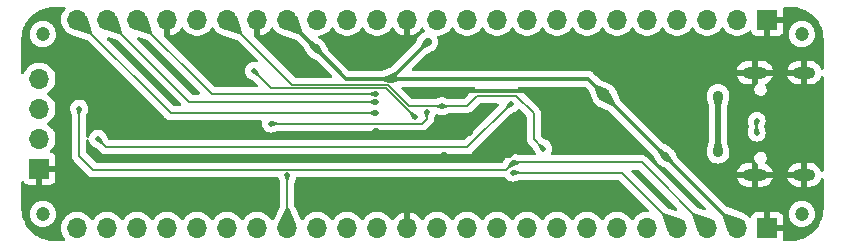
<source format=gbl>
%TF.GenerationSoftware,KiCad,Pcbnew,7.0.5*%
%TF.CreationDate,2023-06-29T00:31:54+08:00*%
%TF.ProjectId,UINIO-MCU-GD32F103C,55494e49-4f2d-44d4-9355-2d4744333246,Version 2.0.0*%
%TF.SameCoordinates,PX9357ba0PY5667240*%
%TF.FileFunction,Copper,L2,Bot*%
%TF.FilePolarity,Positive*%
%FSLAX46Y46*%
G04 Gerber Fmt 4.6, Leading zero omitted, Abs format (unit mm)*
G04 Created by KiCad (PCBNEW 7.0.5) date 2023-06-29 00:31:54*
%MOMM*%
%LPD*%
G01*
G04 APERTURE LIST*
%TA.AperFunction,ComponentPad*%
%ADD10R,1.700000X1.700000*%
%TD*%
%TA.AperFunction,ComponentPad*%
%ADD11O,1.700000X1.700000*%
%TD*%
%TA.AperFunction,ComponentPad*%
%ADD12C,1.200000*%
%TD*%
%TA.AperFunction,ComponentPad*%
%ADD13O,2.100000X1.000000*%
%TD*%
%TA.AperFunction,ComponentPad*%
%ADD14O,1.900000X1.000000*%
%TD*%
%TA.AperFunction,ViaPad*%
%ADD15C,0.700000*%
%TD*%
%TA.AperFunction,ViaPad*%
%ADD16C,0.500000*%
%TD*%
%TA.AperFunction,ViaPad*%
%ADD17C,0.900000*%
%TD*%
%TA.AperFunction,ViaPad*%
%ADD18C,1.100000*%
%TD*%
%TA.AperFunction,Conductor*%
%ADD19C,0.300000*%
%TD*%
%TA.AperFunction,Conductor*%
%ADD20C,0.200000*%
%TD*%
%TA.AperFunction,Conductor*%
%ADD21C,0.500000*%
%TD*%
G04 APERTURE END LIST*
D10*
%TO.P,J3,1,Pin_1*%
%TO.N,GND*%
X-33700000Y-13920000D03*
D11*
%TO.P,J3,2,Pin_2*%
%TO.N,/PA14{slash}SWCLK*%
X-33700000Y-11380000D03*
%TO.P,J3,3,Pin_3*%
%TO.N,/PA13{slash}SWDIO*%
X-33700000Y-8840000D03*
%TO.P,J3,4,Pin_4*%
%TO.N,/VDD_3.3V*%
X-33700000Y-6300000D03*
%TD*%
D12*
%TO.P,HOLE\u002A\u002A,*%
%TO.N,*%
X30850000Y-17740000D03*
%TD*%
%TO.P,HOLE\u002A\u002A,*%
%TO.N,*%
X-33410000Y-17740000D03*
%TD*%
%TO.P,HOLE\u002A\u002A,*%
%TO.N,*%
X-33410000Y-2530000D03*
%TD*%
D13*
%TO.P,USB1,13,GND*%
%TO.N,GND*%
X26861000Y-14445000D03*
%TO.P,USB1,14,GND*%
X26861000Y-5795000D03*
D14*
%TO.P,USB1,15,GND*%
X31061000Y-14445000D03*
%TO.P,USB1,16,GND*%
X31061000Y-5795000D03*
%TD*%
D12*
%TO.P,HOLE\u002A\u002A,*%
%TO.N,*%
X30850000Y-2520000D03*
%TD*%
D10*
%TO.P,J1,1,Pin_1*%
%TO.N,GND*%
X27930000Y-18950000D03*
D11*
%TO.P,J1,2,Pin_2*%
%TO.N,/VDD_3.3V*%
X25390000Y-18950000D03*
%TO.P,J1,3,Pin_3*%
%TO.N,/PA13{slash}SWDIO*%
X22850000Y-18950000D03*
%TO.P,J1,4,Pin_4*%
%TO.N,/PA12*%
X20310000Y-18950000D03*
%TO.P,J1,5,Pin_5*%
%TO.N,/PA11*%
X17770000Y-18950000D03*
%TO.P,J1,6,Pin_6*%
%TO.N,/PA10*%
X15230000Y-18950000D03*
%TO.P,J1,7,Pin_7*%
%TO.N,/PA9*%
X12690000Y-18950000D03*
%TO.P,J1,8,Pin_8*%
%TO.N,/PA8*%
X10150000Y-18950000D03*
%TO.P,J1,9,Pin_9*%
%TO.N,/PB15*%
X7610000Y-18950000D03*
%TO.P,J1,10,Pin_10*%
%TO.N,/PB14*%
X5070000Y-18950000D03*
%TO.P,J1,11,Pin_11*%
%TO.N,/PB13*%
X2530000Y-18950000D03*
%TO.P,J1,12,Pin_12*%
%TO.N,/PB12*%
X-10000Y-18950000D03*
%TO.P,J1,13,Pin_13*%
%TO.N,GND*%
X-2550000Y-18950000D03*
%TO.P,J1,14,Pin_14*%
%TO.N,/VDD_3.3V*%
X-5090000Y-18950000D03*
%TO.P,J1,15,Pin_15*%
%TO.N,/PB11*%
X-7630000Y-18950000D03*
%TO.P,J1,16,Pin_16*%
%TO.N,/PB10*%
X-10170000Y-18950000D03*
%TO.P,J1,17,Pin_17*%
%TO.N,/PB2{slash}BOOT1*%
X-12710000Y-18950000D03*
%TO.P,J1,18,Pin_18*%
%TO.N,/PB1*%
X-15250000Y-18950000D03*
%TO.P,J1,19,Pin_19*%
%TO.N,/PB0*%
X-17790000Y-18950000D03*
%TO.P,J1,20,Pin_20*%
%TO.N,/PA7*%
X-20330000Y-18950000D03*
%TO.P,J1,21,Pin_21*%
%TO.N,/PA6*%
X-22870000Y-18950000D03*
%TO.P,J1,22,Pin_22*%
%TO.N,/PA5*%
X-25410000Y-18950000D03*
%TO.P,J1,23,Pin_23*%
%TO.N,/PA4*%
X-27950000Y-18950000D03*
%TO.P,J1,24,Pin_24*%
%TO.N,/PA3*%
X-30490000Y-18950000D03*
%TD*%
D10*
%TO.P,J2,1,Pin_1*%
%TO.N,GND*%
X27930000Y-1310000D03*
D11*
%TO.P,J2,2,Pin_2*%
%TO.N,/VDD_5V*%
X25390000Y-1310000D03*
%TO.P,J2,3,Pin_3*%
%TO.N,/PA14{slash}SWCLK*%
X22850000Y-1310000D03*
%TO.P,J2,4,Pin_4*%
%TO.N,/PA15*%
X20310000Y-1310000D03*
%TO.P,J2,5,Pin_5*%
%TO.N,/PB3*%
X17770000Y-1310000D03*
%TO.P,J2,6,Pin_6*%
%TO.N,/PB4*%
X15230000Y-1310000D03*
%TO.P,J2,7,Pin_7*%
%TO.N,/PB5*%
X12690000Y-1310000D03*
%TO.P,J2,8,Pin_8*%
%TO.N,/PB6*%
X10150000Y-1310000D03*
%TO.P,J2,9,Pin_9*%
%TO.N,/PB7*%
X7610000Y-1310000D03*
%TO.P,J2,10,Pin_10*%
%TO.N,/BOOT0*%
X5070000Y-1310000D03*
%TO.P,J2,11,Pin_11*%
%TO.N,/PB8*%
X2530000Y-1310000D03*
%TO.P,J2,12,Pin_12*%
%TO.N,/PB9*%
X-10000Y-1310000D03*
%TO.P,J2,13,Pin_13*%
%TO.N,GND*%
X-2550000Y-1310000D03*
%TO.P,J2,14,Pin_14*%
%TO.N,/VDD_3.3V*%
X-5090000Y-1310000D03*
%TO.P,J2,15,Pin_15*%
%TO.N,/VBAT*%
X-7630000Y-1310000D03*
%TO.P,J2,16,Pin_16*%
%TO.N,/PC13*%
X-10170000Y-1310000D03*
%TO.P,J2,17,Pin_17*%
%TO.N,/VDD_3.3V*%
X-12710000Y-1310000D03*
%TO.P,J2,18,Pin_18*%
%TO.N,GND*%
X-15250000Y-1310000D03*
%TO.P,J2,19,Pin_19*%
%TO.N,/NRST*%
X-17790000Y-1310000D03*
%TO.P,J2,20,Pin_20*%
%TO.N,/VDD_3.3V*%
X-20330000Y-1310000D03*
%TO.P,J2,21,Pin_21*%
%TO.N,GND*%
X-22870000Y-1310000D03*
%TO.P,J2,22,Pin_22*%
%TO.N,/PA0*%
X-25410000Y-1310000D03*
%TO.P,J2,23,Pin_23*%
%TO.N,/PA1*%
X-27950000Y-1310000D03*
%TO.P,J2,24,Pin_24*%
%TO.N,/PA2*%
X-30490000Y-1310000D03*
%TD*%
D15*
%TO.N,GND*%
X9190000Y-10040000D03*
D16*
X11550000Y-3640000D03*
X-28750000Y-7485294D03*
X19110000Y-3640000D03*
X-25860000Y-4780000D03*
D15*
X600000Y-12850000D03*
D16*
X18730000Y-16110000D03*
X-2180000Y-16090000D03*
X14000000Y-3640000D03*
X14730000Y-5820000D03*
X20506000Y-8850000D03*
X-16980000Y-16970000D03*
X-14460000Y-16970000D03*
D15*
X580000Y-7340000D03*
D16*
X-23210000Y-4780000D03*
X-6770000Y-3420000D03*
X-27210000Y-16970000D03*
X21490000Y-3640000D03*
D15*
X12430000Y-10040000D03*
X-12540000Y-13130000D03*
D16*
X-19537500Y-16970000D03*
X5900000Y-3640000D03*
X-22095000Y-16970000D03*
D15*
X2145000Y-4085000D03*
X-16480000Y-4900000D03*
D16*
X3990000Y-3640000D03*
X-28750000Y-10100000D03*
D15*
X-12540000Y-4900000D03*
X-5210000Y-10830000D03*
X2710000Y-10830500D03*
D16*
X-25660000Y-9320000D03*
D15*
X7230000Y-11730000D03*
D16*
X-24652500Y-16970000D03*
X16470000Y-3640000D03*
%TO.N,/PB2{slash}BOOT1*%
X-12710000Y-14480500D03*
D17*
%TO.N,/VDD_5V*%
X23760000Y-12530000D03*
X23760000Y-7730000D03*
D15*
%TO.N,/VDD_3.3V*%
X-820000Y-3180000D03*
X-3950000Y-6310000D03*
X19310000Y-12880000D03*
X-10275000Y-3745000D03*
D18*
X14140000Y-7700000D03*
D16*
%TO.N,/BOOT0*%
X-1889500Y-9585394D03*
X-15520000Y-5660000D03*
%TO.N,/NRST*%
X8970000Y-12220000D03*
X396824Y-8636825D03*
%TO.N,/PA13{slash}SWDIO*%
X6400000Y-13430000D03*
X-30322659Y-8832659D03*
%TO.N,/PA12*%
X6388175Y-14261824D03*
%TO.N,/PA14{slash}SWCLK*%
X6205000Y-8415000D03*
X-28750000Y-11380000D03*
%TO.N,/PA0*%
X-5219708Y-7610292D03*
%TO.N,/PA1*%
X-5230000Y-8270000D03*
%TO.N,/PA2*%
X-5220000Y-9210000D03*
%TO.N,Net-(U2-VSSA)*%
X-14100000Y-10100000D03*
X-900000Y-9110000D03*
%TO.N,/USB_Data-*%
X27030000Y-10870000D03*
X27030000Y-9870000D03*
%TD*%
D19*
%TO.N,GND*%
X-5210000Y-10830000D02*
X2709500Y-10830000D01*
X6110000Y-12850000D02*
X7230000Y-11730000D01*
D20*
X2709500Y-10830000D02*
X2710000Y-10830500D01*
D19*
X9190000Y-8850000D02*
X9190000Y-10040000D01*
D21*
X9190000Y-10040000D02*
X12430000Y-10040000D01*
D19*
X7680000Y-7340000D02*
X9190000Y-8850000D01*
X580000Y-7340000D02*
X7680000Y-7340000D01*
X600000Y-12850000D02*
X6110000Y-12850000D01*
D20*
%TO.N,/PB2{slash}BOOT1*%
X-12710000Y-14480500D02*
X-12710000Y-18950000D01*
D21*
%TO.N,/VDD_5V*%
X23760000Y-12510000D02*
X23760000Y-7730000D01*
D19*
%TO.N,/VDD_3.3V*%
X14140000Y-7710000D02*
X14140000Y-7700000D01*
X-7710000Y-6310000D02*
X-10275000Y-3745000D01*
X-3950000Y-6310000D02*
X-820000Y-3180000D01*
X-3950000Y-6310000D02*
X12750000Y-6310000D01*
X-3950000Y-6310000D02*
X-7710000Y-6310000D01*
X19310000Y-12880000D02*
X14140000Y-7710000D01*
X19310000Y-12880000D02*
X25380000Y-18950000D01*
X12750000Y-6310000D02*
X14140000Y-7700000D01*
X-10275000Y-3745000D02*
X-12710000Y-1310000D01*
D20*
%TO.N,/BOOT0*%
X-14050000Y-7130000D02*
X-15520000Y-5660000D01*
X-1889500Y-9585394D02*
X-4344894Y-7130000D01*
X-4344894Y-7130000D02*
X-14050000Y-7130000D01*
%TO.N,/NRST*%
X396824Y-8636825D02*
X2473175Y-8636825D01*
X2473175Y-8636825D02*
X3330000Y-7780000D01*
X6690000Y-7780000D02*
X8160000Y-9250000D01*
X-2413805Y-8636825D02*
X-4220630Y-6830000D01*
X396824Y-8636825D02*
X-2413805Y-8636825D01*
X-12270000Y-6830000D02*
X-17790000Y-1310000D01*
X-4220630Y-6830000D02*
X-12270000Y-6830000D01*
X3330000Y-7780000D02*
X6690000Y-7780000D01*
X8160000Y-11410000D02*
X8970000Y-12220000D01*
X8160000Y-9250000D02*
X8160000Y-11410000D01*
%TO.N,/PA13{slash}SWDIO*%
X-30322659Y-8832659D02*
X-30350000Y-8860000D01*
X-29159500Y-14030500D02*
X5799500Y-14030500D01*
X-30350000Y-12840000D02*
X-29159500Y-14030500D01*
X17290000Y-13400000D02*
X22840000Y-18950000D01*
X6380000Y-13400000D02*
X17290000Y-13400000D01*
X-30350000Y-8860000D02*
X-30350000Y-12840000D01*
X5799500Y-14030500D02*
X6400000Y-13430000D01*
%TO.N,/PA12*%
X15610000Y-14260000D02*
X20300000Y-18950000D01*
X6388175Y-14261824D02*
X6389999Y-14260000D01*
X6389999Y-14260000D02*
X15610000Y-14260000D01*
%TO.N,/PA14{slash}SWCLK*%
X-28020000Y-12110000D02*
X-28750000Y-11380000D01*
X2510000Y-12110000D02*
X-28020000Y-12110000D01*
X6205000Y-8415000D02*
X2510000Y-12110000D01*
%TO.N,/PA0*%
X-19109708Y-7610292D02*
X-25410000Y-1310000D01*
X-5219708Y-7610292D02*
X-19109708Y-7610292D01*
%TO.N,/PA1*%
X-5230000Y-8270000D02*
X-20990000Y-8270000D01*
X-20990000Y-8270000D02*
X-27950000Y-1310000D01*
%TO.N,/PA2*%
X-22590000Y-9210000D02*
X-30490000Y-1310000D01*
X-5220000Y-9210000D02*
X-22590000Y-9210000D01*
%TO.N,Net-(U2-VSSA)*%
X-900000Y-9110000D02*
X-900000Y-9690000D01*
X-900000Y-9690000D02*
X-1320000Y-10110000D01*
X-14090000Y-10110000D02*
X-14100000Y-10100000D01*
X-1320000Y-10110000D02*
X-14090000Y-10110000D01*
%TO.N,/USB_Data-*%
X27030000Y-9870000D02*
X27030000Y-10870000D01*
%TD*%
%TA.AperFunction,Conductor*%
%TO.N,GND*%
G36*
X-31539972Y-230185D02*
G01*
X-31494217Y-282989D01*
X-31484273Y-352147D01*
X-31513298Y-415703D01*
X-31515759Y-418457D01*
X-31534597Y-438922D01*
X-31565721Y-472730D01*
X-31565724Y-472734D01*
X-31688860Y-661207D01*
X-31779297Y-867385D01*
X-31834564Y-1085628D01*
X-31834566Y-1085640D01*
X-31853156Y-1309994D01*
X-31853156Y-1310005D01*
X-31834566Y-1534359D01*
X-31834564Y-1534371D01*
X-31779297Y-1752614D01*
X-31688860Y-1958792D01*
X-31565724Y-2147265D01*
X-31565716Y-2147276D01*
X-31413244Y-2312902D01*
X-31413239Y-2312907D01*
X-31397139Y-2325438D01*
X-31235576Y-2451189D01*
X-31235575Y-2451189D01*
X-31235573Y-2451191D01*
X-31127928Y-2509445D01*
X-31037574Y-2558342D01*
X-30991919Y-2574015D01*
X-30984212Y-2577258D01*
X-30966365Y-2586229D01*
X-29728438Y-3000523D01*
X-29653298Y-3025670D01*
X-29604970Y-3055579D01*
X-23051345Y-9609204D01*
X-23046004Y-9615294D01*
X-23037978Y-9625754D01*
X-23023988Y-9643987D01*
X-22992079Y-9668472D01*
X-22992075Y-9668474D01*
X-22992072Y-9668477D01*
X-22950795Y-9700150D01*
X-22896878Y-9741523D01*
X-22896872Y-9741526D01*
X-22822864Y-9772180D01*
X-22748851Y-9802838D01*
X-22729464Y-9805390D01*
X-22729457Y-9805393D01*
X-22729457Y-9805391D01*
X-22629885Y-9818500D01*
X-22629884Y-9818500D01*
X-22627871Y-9818765D01*
X-22627852Y-9818766D01*
X-22590000Y-9823750D01*
X-22589999Y-9823750D01*
X-22579528Y-9822371D01*
X-22554152Y-9819030D01*
X-22546054Y-9818500D01*
X-14970338Y-9818500D01*
X-14903299Y-9838185D01*
X-14857544Y-9890989D01*
X-14847118Y-9956383D01*
X-14863299Y-10099996D01*
X-14863299Y-10100003D01*
X-14844164Y-10269844D01*
X-14844163Y-10269849D01*
X-14787709Y-10431183D01*
X-14717617Y-10542734D01*
X-14696771Y-10575909D01*
X-14575909Y-10696771D01*
X-14431183Y-10787709D01*
X-14269850Y-10844161D01*
X-14269850Y-10844162D01*
X-14269845Y-10844163D01*
X-14100004Y-10863299D01*
X-14100000Y-10863299D01*
X-14099996Y-10863299D01*
X-13930158Y-10844163D01*
X-13930157Y-10844162D01*
X-13930150Y-10844162D01*
X-13881620Y-10827180D01*
X-13859110Y-10821601D01*
X-13846383Y-10819688D01*
X-13527302Y-10723750D01*
X-13491598Y-10718500D01*
X-1363946Y-10718500D01*
X-1355849Y-10719030D01*
X-1330473Y-10722371D01*
X-1320001Y-10723750D01*
X-1320000Y-10723750D01*
X-1319999Y-10723750D01*
X-1284154Y-10719031D01*
X-1282047Y-10718753D01*
X-1282022Y-10718751D01*
X-1171928Y-10704257D01*
X-1161149Y-10702838D01*
X-1013129Y-10641526D01*
X-1013128Y-10641526D01*
X-1013128Y-10641525D01*
X-1013124Y-10641524D01*
X-917928Y-10568477D01*
X-917927Y-10568475D01*
X-909836Y-10562267D01*
X-909829Y-10562261D01*
X-886017Y-10543990D01*
X-886018Y-10543990D01*
X-886013Y-10543987D01*
X-863990Y-10515285D01*
X-858662Y-10509209D01*
X-500798Y-10151345D01*
X-494707Y-10146003D01*
X-466013Y-10123987D01*
X-446682Y-10098792D01*
X-446676Y-10098787D01*
X-441524Y-10092072D01*
X-441522Y-10092071D01*
X-368476Y-9996876D01*
X-307162Y-9848851D01*
X-287800Y-9701771D01*
X-282828Y-9679750D01*
X-185789Y-9380172D01*
X-146404Y-9322464D01*
X-82070Y-9295207D01*
X-29616Y-9300419D01*
X132673Y-9352988D01*
X165018Y-9362305D01*
X165035Y-9362306D01*
X170364Y-9363347D01*
X170287Y-9363738D01*
X190888Y-9368359D01*
X226974Y-9380987D01*
X226978Y-9380987D01*
X226980Y-9380988D01*
X396820Y-9400124D01*
X396824Y-9400124D01*
X396828Y-9400124D01*
X566667Y-9380988D01*
X566667Y-9380987D01*
X566674Y-9380987D01*
X623126Y-9361232D01*
X643033Y-9356075D01*
X660973Y-9352988D01*
X974722Y-9251359D01*
X1012934Y-9245325D01*
X2429229Y-9245325D01*
X2437326Y-9245855D01*
X2462702Y-9249196D01*
X2473174Y-9250575D01*
X2473175Y-9250575D01*
X2473176Y-9250575D01*
X2509021Y-9245856D01*
X2511136Y-9245577D01*
X2511149Y-9245576D01*
X2513056Y-9245325D01*
X2513060Y-9245325D01*
X2612631Y-9232216D01*
X2612631Y-9232217D01*
X2612635Y-9232215D01*
X2632026Y-9229663D01*
X2780051Y-9168349D01*
X2875247Y-9095302D01*
X2875248Y-9095300D01*
X2883339Y-9089092D01*
X2883346Y-9089086D01*
X2907158Y-9070815D01*
X2907157Y-9070815D01*
X2907162Y-9070812D01*
X2929185Y-9042110D01*
X2934513Y-9036034D01*
X3545729Y-8424819D01*
X3607053Y-8391334D01*
X3633411Y-8388500D01*
X5071588Y-8388500D01*
X5138627Y-8408185D01*
X5184382Y-8460989D01*
X5194326Y-8530147D01*
X5165301Y-8593703D01*
X5159269Y-8600181D01*
X2294270Y-11465181D01*
X2232947Y-11498666D01*
X2206589Y-11501500D01*
X-27716589Y-11501500D01*
X-27783628Y-11481815D01*
X-27804270Y-11465181D01*
X-27884070Y-11385381D01*
X-27906823Y-11354095D01*
X-27943976Y-11281340D01*
X-28056813Y-11060379D01*
X-28056818Y-11060370D01*
X-28057275Y-11059475D01*
X-28057183Y-11059427D01*
X-28059111Y-11055022D01*
X-28059266Y-11055097D01*
X-28062289Y-11048821D01*
X-28062291Y-11048818D01*
X-28062291Y-11048817D01*
X-28068952Y-11038217D01*
X-28070709Y-11035237D01*
X-28073089Y-11030931D01*
X-28073771Y-11029919D01*
X-28077037Y-11025348D01*
X-28153229Y-10904091D01*
X-28274092Y-10783228D01*
X-28418817Y-10692291D01*
X-28580151Y-10635837D01*
X-28580156Y-10635836D01*
X-28749996Y-10616701D01*
X-28750004Y-10616701D01*
X-28919845Y-10635836D01*
X-28919850Y-10635837D01*
X-29081184Y-10692291D01*
X-29225909Y-10783228D01*
X-29346772Y-10904091D01*
X-29437709Y-11048816D01*
X-29494163Y-11210150D01*
X-29494164Y-11210154D01*
X-29494280Y-11211192D01*
X-29494543Y-11211816D01*
X-29495711Y-11216937D01*
X-29496609Y-11216732D01*
X-29521347Y-11275606D01*
X-29578942Y-11315161D01*
X-29648779Y-11317298D01*
X-29708685Y-11281340D01*
X-29739641Y-11218702D01*
X-29741500Y-11197308D01*
X-29741500Y-9461700D01*
X-29732755Y-9415958D01*
X-29618641Y-9128427D01*
X-29602424Y-9080913D01*
X-29601835Y-9076643D01*
X-29596042Y-9052646D01*
X-29578497Y-9002509D01*
X-29571806Y-8943122D01*
X-29559360Y-8832662D01*
X-29559360Y-8832655D01*
X-29578496Y-8662814D01*
X-29578497Y-8662809D01*
X-29595005Y-8615632D01*
X-29634950Y-8501476D01*
X-29725888Y-8356750D01*
X-29846750Y-8235888D01*
X-29846750Y-8235887D01*
X-29846751Y-8235887D01*
X-29991476Y-8144950D01*
X-30152810Y-8088496D01*
X-30152815Y-8088495D01*
X-30322655Y-8069360D01*
X-30322663Y-8069360D01*
X-30492504Y-8088495D01*
X-30492509Y-8088496D01*
X-30653843Y-8144950D01*
X-30798568Y-8235887D01*
X-30919431Y-8356750D01*
X-31010368Y-8501475D01*
X-31066822Y-8662809D01*
X-31066823Y-8662814D01*
X-31085958Y-8832655D01*
X-31085958Y-8832662D01*
X-31066822Y-9002506D01*
X-31054553Y-9037570D01*
X-31048365Y-9064731D01*
X-31048082Y-9067262D01*
X-31018198Y-9182291D01*
X-30966578Y-9380987D01*
X-30962484Y-9396742D01*
X-30958500Y-9427922D01*
X-30958501Y-12796054D01*
X-30959032Y-12804153D01*
X-30963750Y-12840000D01*
X-30963750Y-12840001D01*
X-30958790Y-12877678D01*
X-30958788Y-12877699D01*
X-30947405Y-12964161D01*
X-30942838Y-12998849D01*
X-30942837Y-12998854D01*
X-30881527Y-13146871D01*
X-30881524Y-13146876D01*
X-30808477Y-13242072D01*
X-30808475Y-13242074D01*
X-30799296Y-13254036D01*
X-30783988Y-13273987D01*
X-30755302Y-13295998D01*
X-30749206Y-13301343D01*
X-29620845Y-14429704D01*
X-29615504Y-14435794D01*
X-29607478Y-14446254D01*
X-29593488Y-14464487D01*
X-29561579Y-14488972D01*
X-29561575Y-14488974D01*
X-29561572Y-14488977D01*
X-29466376Y-14562024D01*
X-29405064Y-14587419D01*
X-29405063Y-14587420D01*
X-29343747Y-14612818D01*
X-29318350Y-14623338D01*
X-29199385Y-14639000D01*
X-29199380Y-14639000D01*
X-29197595Y-14639235D01*
X-29197577Y-14639237D01*
X-29174131Y-14642323D01*
X-29159501Y-14644250D01*
X-29159500Y-14644250D01*
X-29159499Y-14644250D01*
X-29149028Y-14642871D01*
X-29123652Y-14639530D01*
X-29115554Y-14639000D01*
X-13548829Y-14639000D01*
X-13481790Y-14658685D01*
X-13436035Y-14711489D01*
X-13426627Y-14741963D01*
X-13426166Y-14744644D01*
X-13426165Y-14744649D01*
X-13324534Y-15058400D01*
X-13318500Y-15096611D01*
X-13318500Y-17089879D01*
X-13331525Y-17145200D01*
X-13873344Y-18232095D01*
X-13920870Y-18283311D01*
X-13988540Y-18300702D01*
X-14054871Y-18278747D01*
X-14088126Y-18244598D01*
X-14174278Y-18112732D01*
X-14174285Y-18112725D01*
X-14174285Y-18112723D01*
X-14326757Y-17947097D01*
X-14326762Y-17947092D01*
X-14504423Y-17808812D01*
X-14504428Y-17808808D01*
X-14702420Y-17701661D01*
X-14702423Y-17701659D01*
X-14702426Y-17701658D01*
X-14702429Y-17701657D01*
X-14702431Y-17701656D01*
X-14915363Y-17628556D01*
X-15137431Y-17591500D01*
X-15362569Y-17591500D01*
X-15584638Y-17628556D01*
X-15797570Y-17701656D01*
X-15797581Y-17701661D01*
X-15995573Y-17808808D01*
X-15995578Y-17808812D01*
X-16173239Y-17947092D01*
X-16173244Y-17947097D01*
X-16325716Y-18112723D01*
X-16325724Y-18112734D01*
X-16416192Y-18251206D01*
X-16469338Y-18296562D01*
X-16538569Y-18305986D01*
X-16601905Y-18276484D01*
X-16623808Y-18251206D01*
X-16714277Y-18112734D01*
X-16714285Y-18112723D01*
X-16866757Y-17947097D01*
X-16866762Y-17947092D01*
X-17044423Y-17808812D01*
X-17044428Y-17808808D01*
X-17242420Y-17701661D01*
X-17242423Y-17701659D01*
X-17242426Y-17701658D01*
X-17242429Y-17701657D01*
X-17242431Y-17701656D01*
X-17455363Y-17628556D01*
X-17677431Y-17591500D01*
X-17902569Y-17591500D01*
X-18124638Y-17628556D01*
X-18337570Y-17701656D01*
X-18337581Y-17701661D01*
X-18535573Y-17808808D01*
X-18535578Y-17808812D01*
X-18713239Y-17947092D01*
X-18713244Y-17947097D01*
X-18865716Y-18112723D01*
X-18865724Y-18112734D01*
X-18956192Y-18251206D01*
X-19009338Y-18296562D01*
X-19078569Y-18305986D01*
X-19141905Y-18276484D01*
X-19163808Y-18251206D01*
X-19254277Y-18112734D01*
X-19254285Y-18112723D01*
X-19406757Y-17947097D01*
X-19406762Y-17947092D01*
X-19584423Y-17808812D01*
X-19584428Y-17808808D01*
X-19782420Y-17701661D01*
X-19782423Y-17701659D01*
X-19782426Y-17701658D01*
X-19782429Y-17701657D01*
X-19782431Y-17701656D01*
X-19995363Y-17628556D01*
X-20217431Y-17591500D01*
X-20442569Y-17591500D01*
X-20664638Y-17628556D01*
X-20877570Y-17701656D01*
X-20877581Y-17701661D01*
X-21075573Y-17808808D01*
X-21075578Y-17808812D01*
X-21253239Y-17947092D01*
X-21253244Y-17947097D01*
X-21405716Y-18112723D01*
X-21405724Y-18112734D01*
X-21496193Y-18251206D01*
X-21549340Y-18296563D01*
X-21618571Y-18305986D01*
X-21681907Y-18276483D01*
X-21703809Y-18251206D01*
X-21794278Y-18112732D01*
X-21794283Y-18112727D01*
X-21794285Y-18112723D01*
X-21946757Y-17947097D01*
X-21946762Y-17947092D01*
X-22124423Y-17808812D01*
X-22124428Y-17808808D01*
X-22322420Y-17701661D01*
X-22322423Y-17701659D01*
X-22322426Y-17701658D01*
X-22322429Y-17701657D01*
X-22322431Y-17701656D01*
X-22535363Y-17628556D01*
X-22757431Y-17591500D01*
X-22982569Y-17591500D01*
X-23204638Y-17628556D01*
X-23417570Y-17701656D01*
X-23417581Y-17701661D01*
X-23615573Y-17808808D01*
X-23615578Y-17808812D01*
X-23793239Y-17947092D01*
X-23793244Y-17947097D01*
X-23945716Y-18112723D01*
X-23945724Y-18112734D01*
X-24036192Y-18251206D01*
X-24089338Y-18296562D01*
X-24158569Y-18305986D01*
X-24221905Y-18276484D01*
X-24243808Y-18251206D01*
X-24334277Y-18112734D01*
X-24334285Y-18112723D01*
X-24486757Y-17947097D01*
X-24486762Y-17947092D01*
X-24664423Y-17808812D01*
X-24664428Y-17808808D01*
X-24862420Y-17701661D01*
X-24862423Y-17701659D01*
X-24862426Y-17701658D01*
X-24862429Y-17701657D01*
X-24862431Y-17701656D01*
X-25075363Y-17628556D01*
X-25297431Y-17591500D01*
X-25522569Y-17591500D01*
X-25744638Y-17628556D01*
X-25957570Y-17701656D01*
X-25957581Y-17701661D01*
X-26155573Y-17808808D01*
X-26155578Y-17808812D01*
X-26333239Y-17947092D01*
X-26333244Y-17947097D01*
X-26485716Y-18112723D01*
X-26485724Y-18112734D01*
X-26576192Y-18251206D01*
X-26629338Y-18296562D01*
X-26698569Y-18305986D01*
X-26761905Y-18276484D01*
X-26783808Y-18251206D01*
X-26874277Y-18112734D01*
X-26874285Y-18112723D01*
X-27026757Y-17947097D01*
X-27026762Y-17947092D01*
X-27204423Y-17808812D01*
X-27204428Y-17808808D01*
X-27402420Y-17701661D01*
X-27402423Y-17701659D01*
X-27402426Y-17701658D01*
X-27402429Y-17701657D01*
X-27402431Y-17701656D01*
X-27615363Y-17628556D01*
X-27837431Y-17591500D01*
X-28062569Y-17591500D01*
X-28284638Y-17628556D01*
X-28497570Y-17701656D01*
X-28497581Y-17701661D01*
X-28695573Y-17808808D01*
X-28695578Y-17808812D01*
X-28873239Y-17947092D01*
X-28873244Y-17947097D01*
X-29025716Y-18112723D01*
X-29025724Y-18112734D01*
X-29116192Y-18251206D01*
X-29169338Y-18296562D01*
X-29238569Y-18305986D01*
X-29301905Y-18276484D01*
X-29323808Y-18251206D01*
X-29414277Y-18112734D01*
X-29414285Y-18112723D01*
X-29566757Y-17947097D01*
X-29566762Y-17947092D01*
X-29744423Y-17808812D01*
X-29744428Y-17808808D01*
X-29942420Y-17701661D01*
X-29942423Y-17701659D01*
X-29942426Y-17701658D01*
X-29942429Y-17701657D01*
X-29942431Y-17701656D01*
X-30155363Y-17628556D01*
X-30377431Y-17591500D01*
X-30602569Y-17591500D01*
X-30824638Y-17628556D01*
X-31037570Y-17701656D01*
X-31037581Y-17701661D01*
X-31235573Y-17808808D01*
X-31235578Y-17808812D01*
X-31413239Y-17947092D01*
X-31413244Y-17947097D01*
X-31565716Y-18112723D01*
X-31565724Y-18112734D01*
X-31688860Y-18301207D01*
X-31779297Y-18507385D01*
X-31834564Y-18725628D01*
X-31834566Y-18725640D01*
X-31853156Y-18949994D01*
X-31853156Y-18950005D01*
X-31834566Y-19174359D01*
X-31834564Y-19174371D01*
X-31779297Y-19392614D01*
X-31688860Y-19598792D01*
X-31579925Y-19765529D01*
X-31565722Y-19787268D01*
X-31528392Y-19827819D01*
X-31524988Y-19831516D01*
X-31494065Y-19894171D01*
X-31501925Y-19963597D01*
X-31546072Y-20017753D01*
X-31612489Y-20039444D01*
X-31616217Y-20039500D01*
X-32478258Y-20039500D01*
X-32481735Y-20039402D01*
X-32784368Y-20022407D01*
X-32791282Y-20021628D01*
X-33088384Y-19971147D01*
X-33095168Y-19969599D01*
X-33384757Y-19886170D01*
X-33391324Y-19883872D01*
X-33624546Y-19787269D01*
X-33669747Y-19768546D01*
X-33676012Y-19765529D01*
X-33939772Y-19619753D01*
X-33945664Y-19616051D01*
X-34191442Y-19441662D01*
X-34196883Y-19437324D01*
X-34421592Y-19236511D01*
X-34426512Y-19231591D01*
X-34627325Y-19006882D01*
X-34631663Y-19001441D01*
X-34806052Y-18755663D01*
X-34809754Y-18749771D01*
X-34876840Y-18628388D01*
X-34955534Y-18486002D01*
X-34958544Y-18479754D01*
X-35073874Y-18201320D01*
X-35076171Y-18194756D01*
X-35159600Y-17905167D01*
X-35161148Y-17898383D01*
X-35187582Y-17742809D01*
X-35188059Y-17740003D01*
X-34523249Y-17740003D01*
X-34516193Y-17816158D01*
X-34515999Y-17818927D01*
X-34512209Y-17898470D01*
X-34512208Y-17898475D01*
X-34508445Y-17913986D01*
X-34505479Y-17931774D01*
X-34504294Y-17944559D01*
X-34482459Y-18021305D01*
X-34481848Y-18023621D01*
X-34462299Y-18104201D01*
X-34462298Y-18104206D01*
X-34457109Y-18115568D01*
X-34450641Y-18133134D01*
X-34448078Y-18142141D01*
X-34448072Y-18142158D01*
X-34411060Y-18216487D01*
X-34410162Y-18218367D01*
X-34374359Y-18296765D01*
X-34374353Y-18296776D01*
X-34369121Y-18304123D01*
X-34359132Y-18320771D01*
X-34356503Y-18326050D01*
X-34314582Y-18381562D01*
X-34304488Y-18394929D01*
X-34303474Y-18396310D01*
X-34251559Y-18469215D01*
X-34251557Y-18469217D01*
X-34251556Y-18469218D01*
X-34251555Y-18469219D01*
X-34247541Y-18473047D01*
X-34234163Y-18488057D01*
X-34232708Y-18489983D01*
X-34232705Y-18489987D01*
X-34232702Y-18489989D01*
X-34232701Y-18489991D01*
X-34166464Y-18550374D01*
X-34165470Y-18551301D01*
X-34127079Y-18587906D01*
X-34098346Y-18615303D01*
X-34096602Y-18616424D01*
X-34085481Y-18624970D01*
X-34085456Y-18624938D01*
X-34080881Y-18628393D01*
X-34001429Y-18677588D01*
X-33920253Y-18729757D01*
X-33915000Y-18732465D01*
X-33915034Y-18732529D01*
X-33911512Y-18734308D01*
X-33911350Y-18733984D01*
X-33906227Y-18736534D01*
X-33906218Y-18736540D01*
X-33816218Y-18771405D01*
X-33723722Y-18808436D01*
X-33723721Y-18808436D01*
X-33723483Y-18808482D01*
X-33718248Y-18809729D01*
X-33714663Y-18810748D01*
X-33714655Y-18810751D01*
X-33616771Y-18829048D01*
X-33515849Y-18848500D01*
X-33515844Y-18848500D01*
X-33307284Y-18848500D01*
X-33307282Y-18848500D01*
X-33257868Y-18839262D01*
X-33252425Y-18838494D01*
X-33199261Y-18833419D01*
X-33154332Y-18820225D01*
X-33148280Y-18818776D01*
X-33105345Y-18810751D01*
X-33055440Y-18791417D01*
X-33050513Y-18789743D01*
X-33012397Y-18778550D01*
X-32996138Y-18773777D01*
X-32991556Y-18771415D01*
X-32980500Y-18765714D01*
X-32957456Y-18753834D01*
X-32951450Y-18751131D01*
X-32913782Y-18736540D01*
X-32865474Y-18706627D01*
X-32861252Y-18704236D01*
X-32807974Y-18676771D01*
X-32776344Y-18651896D01*
X-32770664Y-18647923D01*
X-32739118Y-18628392D01*
X-32694690Y-18587889D01*
X-32691279Y-18585000D01*
X-32641568Y-18545908D01*
X-32617373Y-18517984D01*
X-32612292Y-18512774D01*
X-32606379Y-18507384D01*
X-32587299Y-18489991D01*
X-32549107Y-18439414D01*
X-32546486Y-18436177D01*
X-32502935Y-18385918D01*
X-32486103Y-18356761D01*
X-32481889Y-18350403D01*
X-32463497Y-18326050D01*
X-32433779Y-18266366D01*
X-32431978Y-18263014D01*
X-32430210Y-18259952D01*
X-32397087Y-18202582D01*
X-32387154Y-18173881D01*
X-32384075Y-18166547D01*
X-32371926Y-18142152D01*
X-32352776Y-18074842D01*
X-32351752Y-18071593D01*
X-32327847Y-18002527D01*
X-32323994Y-17975722D01*
X-32322262Y-17967597D01*
X-32315706Y-17944559D01*
X-32308949Y-17871636D01*
X-32308584Y-17868550D01*
X-32301449Y-17818927D01*
X-32297719Y-17792984D01*
X-32298851Y-17769236D01*
X-32298658Y-17760564D01*
X-32296751Y-17740000D01*
X-32303809Y-17663839D01*
X-32304004Y-17661067D01*
X-32304215Y-17656645D01*
X-32307792Y-17581526D01*
X-32311559Y-17566002D01*
X-32314522Y-17548229D01*
X-32315706Y-17535441D01*
X-32337551Y-17458666D01*
X-32338157Y-17456364D01*
X-32357702Y-17375796D01*
X-32362893Y-17364430D01*
X-32369364Y-17346853D01*
X-32371924Y-17337856D01*
X-32371926Y-17337848D01*
X-32408957Y-17263482D01*
X-32409851Y-17261607D01*
X-32445645Y-17183227D01*
X-32450879Y-17175877D01*
X-32460871Y-17159224D01*
X-32463497Y-17153950D01*
X-32470105Y-17145200D01*
X-32515513Y-17085070D01*
X-32516540Y-17083670D01*
X-32568442Y-17010784D01*
X-32568446Y-17010780D01*
X-32572454Y-17006958D01*
X-32585847Y-16991931D01*
X-32587292Y-16990018D01*
X-32587296Y-16990013D01*
X-32587299Y-16990009D01*
X-32653582Y-16929585D01*
X-32654532Y-16928698D01*
X-32721657Y-16864694D01*
X-32723399Y-16863575D01*
X-32734520Y-16855029D01*
X-32734544Y-16855062D01*
X-32739123Y-16851604D01*
X-32818558Y-16802420D01*
X-32899742Y-16750246D01*
X-32905001Y-16747535D01*
X-32904968Y-16747470D01*
X-32908488Y-16745692D01*
X-32908649Y-16746016D01*
X-32913778Y-16743462D01*
X-32913782Y-16743460D01*
X-33003768Y-16708600D01*
X-33096278Y-16671564D01*
X-33096286Y-16671562D01*
X-33096530Y-16671515D01*
X-33101743Y-16670273D01*
X-33105342Y-16669249D01*
X-33203323Y-16650933D01*
X-33304150Y-16631500D01*
X-33304151Y-16631500D01*
X-33307282Y-16631500D01*
X-33512718Y-16631500D01*
X-33512724Y-16631500D01*
X-33562115Y-16640732D01*
X-33567614Y-16641507D01*
X-33620735Y-16646580D01*
X-33620739Y-16646580D01*
X-33620739Y-16646581D01*
X-33635561Y-16650933D01*
X-33665652Y-16659768D01*
X-33671729Y-16661224D01*
X-33714649Y-16669247D01*
X-33714662Y-16669250D01*
X-33764562Y-16688582D01*
X-33769491Y-16690257D01*
X-33823860Y-16706222D01*
X-33862541Y-16726162D01*
X-33868555Y-16728868D01*
X-33906219Y-16743460D01*
X-33906220Y-16743460D01*
X-33954526Y-16773370D01*
X-33958755Y-16775764D01*
X-34012023Y-16803226D01*
X-34043646Y-16828094D01*
X-34049335Y-16832073D01*
X-34080884Y-16851609D01*
X-34125292Y-16892091D01*
X-34128734Y-16895006D01*
X-34178435Y-16934093D01*
X-34202623Y-16962006D01*
X-34207710Y-16967224D01*
X-34232699Y-16990006D01*
X-34270889Y-17040576D01*
X-34273509Y-17043813D01*
X-34317064Y-17094079D01*
X-34333896Y-17123233D01*
X-34338116Y-17129601D01*
X-34356504Y-17153951D01*
X-34356509Y-17153960D01*
X-34386219Y-17213622D01*
X-34388024Y-17216985D01*
X-34422912Y-17277415D01*
X-34432842Y-17306103D01*
X-34435933Y-17313463D01*
X-34448072Y-17337842D01*
X-34448077Y-17337856D01*
X-34467218Y-17405128D01*
X-34468261Y-17408437D01*
X-34492154Y-17477475D01*
X-34496006Y-17504258D01*
X-34497742Y-17512404D01*
X-34504294Y-17535437D01*
X-34511051Y-17608351D01*
X-34511418Y-17611453D01*
X-34522281Y-17687010D01*
X-34522281Y-17687015D01*
X-34521151Y-17710769D01*
X-34521345Y-17719445D01*
X-34523249Y-17740003D01*
X-35188059Y-17740003D01*
X-35211631Y-17601269D01*
X-35212407Y-17594376D01*
X-35221027Y-17440875D01*
X-35229402Y-17291735D01*
X-35229500Y-17288258D01*
X-35229500Y-15065446D01*
X-35209815Y-14998407D01*
X-35157011Y-14952652D01*
X-35087853Y-14942708D01*
X-35024297Y-14971733D01*
X-34996668Y-15006018D01*
X-34993351Y-15012093D01*
X-34907191Y-15127187D01*
X-34907188Y-15127190D01*
X-34792094Y-15213350D01*
X-34792087Y-15213354D01*
X-34657380Y-15263596D01*
X-34657373Y-15263598D01*
X-34597845Y-15269999D01*
X-34597828Y-15270000D01*
X-33950000Y-15270000D01*
X-33950001Y-14355501D01*
X-33842315Y-14404680D01*
X-33735763Y-14420000D01*
X-33664237Y-14420000D01*
X-33557685Y-14404680D01*
X-33450000Y-14355501D01*
X-33450000Y-15270000D01*
X-32802172Y-15270000D01*
X-32802156Y-15269999D01*
X-32742628Y-15263598D01*
X-32742621Y-15263596D01*
X-32607914Y-15213354D01*
X-32607907Y-15213350D01*
X-32492813Y-15127190D01*
X-32492810Y-15127187D01*
X-32406650Y-15012093D01*
X-32406646Y-15012086D01*
X-32356404Y-14877379D01*
X-32356402Y-14877372D01*
X-32350001Y-14817844D01*
X-32350000Y-14817827D01*
X-32350000Y-14170000D01*
X-33266314Y-14170000D01*
X-33240507Y-14129844D01*
X-33200000Y-13991889D01*
X-33200000Y-13848111D01*
X-33240507Y-13710156D01*
X-33266314Y-13670000D01*
X-32350000Y-13670000D01*
X-32350000Y-13022172D01*
X-32350001Y-13022155D01*
X-32356402Y-12962627D01*
X-32356404Y-12962620D01*
X-32406646Y-12827913D01*
X-32406650Y-12827906D01*
X-32492810Y-12712812D01*
X-32492813Y-12712809D01*
X-32607907Y-12626649D01*
X-32607912Y-12626646D01*
X-32727812Y-12581926D01*
X-32783745Y-12540054D01*
X-32808162Y-12474590D01*
X-32793310Y-12406317D01*
X-32775714Y-12381769D01*
X-32624278Y-12217268D01*
X-32501140Y-12028791D01*
X-32410704Y-11822616D01*
X-32355436Y-11604368D01*
X-32351982Y-11562691D01*
X-32336844Y-11380005D01*
X-32336844Y-11379994D01*
X-32355435Y-11155640D01*
X-32355437Y-11155628D01*
X-32379786Y-11059475D01*
X-32410704Y-10937384D01*
X-32501140Y-10731209D01*
X-32506013Y-10723751D01*
X-32583050Y-10605836D01*
X-32624278Y-10542732D01*
X-32624281Y-10542729D01*
X-32624285Y-10542723D01*
X-32776757Y-10377097D01*
X-32776762Y-10377092D01*
X-32954423Y-10238812D01*
X-32954422Y-10238812D01*
X-32954424Y-10238811D01*
X-32990930Y-10219055D01*
X-33040521Y-10169836D01*
X-33055629Y-10101619D01*
X-33031459Y-10036064D01*
X-32990930Y-10000945D01*
X-32990916Y-10000936D01*
X-32954424Y-9981189D01*
X-32776760Y-9842906D01*
X-32645347Y-9700155D01*
X-32624285Y-9677276D01*
X-32624284Y-9677274D01*
X-32624278Y-9677268D01*
X-32501140Y-9488791D01*
X-32410704Y-9282616D01*
X-32355436Y-9064368D01*
X-32354312Y-9050804D01*
X-32336844Y-8840005D01*
X-32336844Y-8839994D01*
X-32355435Y-8615640D01*
X-32355437Y-8615628D01*
X-32359095Y-8601183D01*
X-32410704Y-8397384D01*
X-32501140Y-8191209D01*
X-32549651Y-8116958D01*
X-32590891Y-8053835D01*
X-32624278Y-8002732D01*
X-32624281Y-8002729D01*
X-32624285Y-8002723D01*
X-32776757Y-7837097D01*
X-32776762Y-7837092D01*
X-32954423Y-7698812D01*
X-32954428Y-7698808D01*
X-32990932Y-7679053D01*
X-33040522Y-7629833D01*
X-33055629Y-7561616D01*
X-33031458Y-7496061D01*
X-32990931Y-7460945D01*
X-32954424Y-7441189D01*
X-32776760Y-7302906D01*
X-32667858Y-7184608D01*
X-32624285Y-7137276D01*
X-32624284Y-7137274D01*
X-32624278Y-7137268D01*
X-32501140Y-6948791D01*
X-32410704Y-6742616D01*
X-32355436Y-6524368D01*
X-32353149Y-6496767D01*
X-32336844Y-6300005D01*
X-32336844Y-6299994D01*
X-32355435Y-6075640D01*
X-32355437Y-6075628D01*
X-32363193Y-6045000D01*
X-32410704Y-5857384D01*
X-32501140Y-5651209D01*
X-32501948Y-5649973D01*
X-32593359Y-5510057D01*
X-32624278Y-5462732D01*
X-32624281Y-5462729D01*
X-32624285Y-5462723D01*
X-32776757Y-5297097D01*
X-32776762Y-5297092D01*
X-32954423Y-5158812D01*
X-32954428Y-5158808D01*
X-33152420Y-5051661D01*
X-33152423Y-5051659D01*
X-33152426Y-5051658D01*
X-33152429Y-5051657D01*
X-33152431Y-5051656D01*
X-33365363Y-4978556D01*
X-33587431Y-4941500D01*
X-33812569Y-4941500D01*
X-34034638Y-4978556D01*
X-34247570Y-5051656D01*
X-34247581Y-5051661D01*
X-34445573Y-5158808D01*
X-34445578Y-5158812D01*
X-34623239Y-5297092D01*
X-34623244Y-5297097D01*
X-34775716Y-5462723D01*
X-34775724Y-5462734D01*
X-34898860Y-5651207D01*
X-34967066Y-5806705D01*
X-34980378Y-5837054D01*
X-34991356Y-5862081D01*
X-34993181Y-5861280D01*
X-35028670Y-5911312D01*
X-35093487Y-5937400D01*
X-35162118Y-5924303D01*
X-35212774Y-5876181D01*
X-35229500Y-5813986D01*
X-35229500Y-2961740D01*
X-35229402Y-2958263D01*
X-35220586Y-2801271D01*
X-35212407Y-2655621D01*
X-35211631Y-2648732D01*
X-35191458Y-2530003D01*
X-34523249Y-2530003D01*
X-34516193Y-2606158D01*
X-34515999Y-2608927D01*
X-34512209Y-2688470D01*
X-34512208Y-2688475D01*
X-34508445Y-2703986D01*
X-34505479Y-2721774D01*
X-34504294Y-2734559D01*
X-34482459Y-2811305D01*
X-34481848Y-2813621D01*
X-34462299Y-2894201D01*
X-34462298Y-2894206D01*
X-34457109Y-2905568D01*
X-34450641Y-2923134D01*
X-34448078Y-2932141D01*
X-34448072Y-2932158D01*
X-34411060Y-3006487D01*
X-34410162Y-3008367D01*
X-34374359Y-3086765D01*
X-34374353Y-3086776D01*
X-34369121Y-3094123D01*
X-34359132Y-3110771D01*
X-34356503Y-3116050D01*
X-34318844Y-3165918D01*
X-34304488Y-3184929D01*
X-34303474Y-3186310D01*
X-34251559Y-3259215D01*
X-34251557Y-3259217D01*
X-34251556Y-3259218D01*
X-34251555Y-3259219D01*
X-34247541Y-3263047D01*
X-34234163Y-3278057D01*
X-34232708Y-3279983D01*
X-34232705Y-3279987D01*
X-34232702Y-3279989D01*
X-34232701Y-3279991D01*
X-34166464Y-3340374D01*
X-34165470Y-3341301D01*
X-34127079Y-3377906D01*
X-34098346Y-3405303D01*
X-34096602Y-3406424D01*
X-34085481Y-3414970D01*
X-34085456Y-3414938D01*
X-34080881Y-3418393D01*
X-34001429Y-3467588D01*
X-33920253Y-3519757D01*
X-33915000Y-3522465D01*
X-33915034Y-3522529D01*
X-33911512Y-3524308D01*
X-33911350Y-3523984D01*
X-33906227Y-3526534D01*
X-33906218Y-3526540D01*
X-33816218Y-3561405D01*
X-33723721Y-3598436D01*
X-33723483Y-3598482D01*
X-33718248Y-3599729D01*
X-33714663Y-3600748D01*
X-33714655Y-3600751D01*
X-33616771Y-3619048D01*
X-33515849Y-3638500D01*
X-33515844Y-3638500D01*
X-33307284Y-3638500D01*
X-33307282Y-3638500D01*
X-33257868Y-3629262D01*
X-33252425Y-3628494D01*
X-33199261Y-3623419D01*
X-33154332Y-3610225D01*
X-33148280Y-3608776D01*
X-33105345Y-3600751D01*
X-33055440Y-3581417D01*
X-33050513Y-3579743D01*
X-33012397Y-3568550D01*
X-32996138Y-3563777D01*
X-32991556Y-3561415D01*
X-32957458Y-3543835D01*
X-32951450Y-3541131D01*
X-32913782Y-3526540D01*
X-32865474Y-3496627D01*
X-32861252Y-3494236D01*
X-32807974Y-3466771D01*
X-32776344Y-3441896D01*
X-32770664Y-3437923D01*
X-32739118Y-3418392D01*
X-32694690Y-3377889D01*
X-32691279Y-3375000D01*
X-32641568Y-3335908D01*
X-32617373Y-3307984D01*
X-32612292Y-3302774D01*
X-32587299Y-3279991D01*
X-32549107Y-3229414D01*
X-32546486Y-3226177D01*
X-32539188Y-3217755D01*
X-32502935Y-3175918D01*
X-32486103Y-3146761D01*
X-32481889Y-3140403D01*
X-32463497Y-3116050D01*
X-32433779Y-3056366D01*
X-32431978Y-3053014D01*
X-32428148Y-3046380D01*
X-32397087Y-2992582D01*
X-32387154Y-2963881D01*
X-32384075Y-2956547D01*
X-32371926Y-2932152D01*
X-32352776Y-2864842D01*
X-32351752Y-2861593D01*
X-32327847Y-2792527D01*
X-32323994Y-2765722D01*
X-32322262Y-2757597D01*
X-32315706Y-2734559D01*
X-32308949Y-2661636D01*
X-32308584Y-2658550D01*
X-32307664Y-2652154D01*
X-32297719Y-2582984D01*
X-32298851Y-2559236D01*
X-32298658Y-2550564D01*
X-32296751Y-2530000D01*
X-32303809Y-2453839D01*
X-32304004Y-2451067D01*
X-32304415Y-2442447D01*
X-32307792Y-2371526D01*
X-32311559Y-2356002D01*
X-32314522Y-2338229D01*
X-32315706Y-2325441D01*
X-32337551Y-2248666D01*
X-32338157Y-2246364D01*
X-32339007Y-2242860D01*
X-32357702Y-2165796D01*
X-32362893Y-2154430D01*
X-32369364Y-2136853D01*
X-32371924Y-2127856D01*
X-32371926Y-2127848D01*
X-32408957Y-2053482D01*
X-32409851Y-2051607D01*
X-32411190Y-2048676D01*
X-32445644Y-1973229D01*
X-32450879Y-1965877D01*
X-32460871Y-1949224D01*
X-32463497Y-1943950D01*
X-32467070Y-1939219D01*
X-32515513Y-1875070D01*
X-32516540Y-1873670D01*
X-32568442Y-1800784D01*
X-32568446Y-1800780D01*
X-32572454Y-1796958D01*
X-32585847Y-1781931D01*
X-32587292Y-1780018D01*
X-32587296Y-1780013D01*
X-32587299Y-1780009D01*
X-32653582Y-1719585D01*
X-32654532Y-1718698D01*
X-32659362Y-1714093D01*
X-32721654Y-1654697D01*
X-32721657Y-1654694D01*
X-32723399Y-1653575D01*
X-32734520Y-1645029D01*
X-32734544Y-1645062D01*
X-32739123Y-1641604D01*
X-32818558Y-1592420D01*
X-32899742Y-1540246D01*
X-32905001Y-1537535D01*
X-32904968Y-1537470D01*
X-32908488Y-1535692D01*
X-32908649Y-1536016D01*
X-32913778Y-1533462D01*
X-32913782Y-1533460D01*
X-32922084Y-1530244D01*
X-33003765Y-1498601D01*
X-33096278Y-1461564D01*
X-33096286Y-1461562D01*
X-33096530Y-1461515D01*
X-33101743Y-1460273D01*
X-33105342Y-1459249D01*
X-33203323Y-1440933D01*
X-33304150Y-1421500D01*
X-33304151Y-1421500D01*
X-33307282Y-1421500D01*
X-33512718Y-1421500D01*
X-33512724Y-1421500D01*
X-33562115Y-1430732D01*
X-33567614Y-1431507D01*
X-33620735Y-1436580D01*
X-33620739Y-1436580D01*
X-33620739Y-1436581D01*
X-33631593Y-1439768D01*
X-33665652Y-1449768D01*
X-33671729Y-1451224D01*
X-33714649Y-1459247D01*
X-33714662Y-1459250D01*
X-33764562Y-1478582D01*
X-33769491Y-1480257D01*
X-33823860Y-1496222D01*
X-33862541Y-1516162D01*
X-33868555Y-1518868D01*
X-33906219Y-1533460D01*
X-33906220Y-1533460D01*
X-33954526Y-1563370D01*
X-33958755Y-1565764D01*
X-34012023Y-1593226D01*
X-34043646Y-1618094D01*
X-34049335Y-1622073D01*
X-34080884Y-1641609D01*
X-34125292Y-1682091D01*
X-34128734Y-1685006D01*
X-34178435Y-1724093D01*
X-34202623Y-1752006D01*
X-34207710Y-1757224D01*
X-34232699Y-1780006D01*
X-34270889Y-1830576D01*
X-34273509Y-1833813D01*
X-34317064Y-1884079D01*
X-34333896Y-1913233D01*
X-34338116Y-1919601D01*
X-34356504Y-1943951D01*
X-34356509Y-1943960D01*
X-34386219Y-2003622D01*
X-34388024Y-2006985D01*
X-34422912Y-2067415D01*
X-34432842Y-2096103D01*
X-34435933Y-2103463D01*
X-34448072Y-2127842D01*
X-34448077Y-2127856D01*
X-34467218Y-2195128D01*
X-34468261Y-2198437D01*
X-34492154Y-2267475D01*
X-34496006Y-2294258D01*
X-34497742Y-2302404D01*
X-34504294Y-2325437D01*
X-34511051Y-2398351D01*
X-34511418Y-2401453D01*
X-34522281Y-2477010D01*
X-34522281Y-2477015D01*
X-34521151Y-2500769D01*
X-34521345Y-2509445D01*
X-34523249Y-2530003D01*
X-35191458Y-2530003D01*
X-35161148Y-2351615D01*
X-35159600Y-2344832D01*
X-35154812Y-2328213D01*
X-35076170Y-2055237D01*
X-35073877Y-2048685D01*
X-34958541Y-1770238D01*
X-34955538Y-1764003D01*
X-34809752Y-1500223D01*
X-34806056Y-1494342D01*
X-34675262Y-1310005D01*
X-34631663Y-1248558D01*
X-34627331Y-1243124D01*
X-34426510Y-1018405D01*
X-34421592Y-1013488D01*
X-34307565Y-911587D01*
X-34196876Y-812669D01*
X-34191442Y-808337D01*
X-34100273Y-743649D01*
X-33945658Y-633944D01*
X-33939777Y-630248D01*
X-33675997Y-484462D01*
X-33669762Y-481459D01*
X-33391315Y-366123D01*
X-33384763Y-363830D01*
X-33095164Y-280399D01*
X-33088384Y-278852D01*
X-32791268Y-228369D01*
X-32784379Y-227593D01*
X-32625370Y-218663D01*
X-32481735Y-210598D01*
X-32478258Y-210500D01*
X-32435830Y-210500D01*
X-31607011Y-210500D01*
X-31539972Y-230185D01*
G37*
%TD.AperFunction*%
%TA.AperFunction,Conductor*%
G36*
X29951735Y-210598D02*
G01*
X30102467Y-219062D01*
X30254376Y-227593D01*
X30261269Y-228369D01*
X30502899Y-269424D01*
X30558383Y-278852D01*
X30565167Y-280400D01*
X30854756Y-363829D01*
X30861320Y-366126D01*
X31139754Y-481456D01*
X31146002Y-484466D01*
X31334070Y-588407D01*
X31409771Y-630246D01*
X31415663Y-633948D01*
X31661441Y-808337D01*
X31666882Y-812675D01*
X31891591Y-1013488D01*
X31896511Y-1018408D01*
X32097324Y-1243117D01*
X32101662Y-1248558D01*
X32276051Y-1494336D01*
X32279753Y-1500228D01*
X32425529Y-1763988D01*
X32428546Y-1770253D01*
X32470818Y-1872307D01*
X32543872Y-2048676D01*
X32546170Y-2055243D01*
X32629599Y-2344832D01*
X32631147Y-2351616D01*
X32681628Y-2648718D01*
X32682407Y-2655632D01*
X32699402Y-2958264D01*
X32699500Y-2961741D01*
X32699500Y-5432891D01*
X32679815Y-5499930D01*
X32627011Y-5545685D01*
X32557853Y-5555629D01*
X32494297Y-5526604D01*
X32459219Y-5475956D01*
X32413437Y-5352342D01*
X32413434Y-5352335D01*
X32305850Y-5179732D01*
X32165735Y-5032331D01*
X32165733Y-5032330D01*
X31998804Y-4916143D01*
X31811907Y-4835940D01*
X31612690Y-4795000D01*
X31311000Y-4795000D01*
X31311000Y-5495000D01*
X30811000Y-5495000D01*
X30811000Y-4795000D01*
X30560287Y-4795000D01*
X30408661Y-4810418D01*
X30214618Y-4871299D01*
X30214608Y-4871304D01*
X30036784Y-4970005D01*
X30036783Y-4970005D01*
X29882469Y-5102478D01*
X29882468Y-5102479D01*
X29757981Y-5263304D01*
X29668411Y-5445906D01*
X29642754Y-5545000D01*
X30444889Y-5545000D01*
X30405390Y-5569457D01*
X30337799Y-5658962D01*
X30307105Y-5766840D01*
X30317454Y-5878521D01*
X30367448Y-5978922D01*
X30439931Y-6045000D01*
X29637634Y-6045000D01*
X29637931Y-6046946D01*
X29637933Y-6046952D01*
X29708562Y-6237657D01*
X29708565Y-6237664D01*
X29816149Y-6410267D01*
X29956264Y-6557668D01*
X29956266Y-6557669D01*
X30123195Y-6673856D01*
X30310092Y-6754059D01*
X30509310Y-6795000D01*
X30811000Y-6795000D01*
X30811000Y-6095000D01*
X31311000Y-6095000D01*
X31311000Y-6795000D01*
X31561713Y-6795000D01*
X31713338Y-6779581D01*
X31907381Y-6718700D01*
X31907391Y-6718695D01*
X32085215Y-6619994D01*
X32085216Y-6619994D01*
X32239530Y-6487521D01*
X32239531Y-6487520D01*
X32364018Y-6326695D01*
X32453587Y-6144096D01*
X32455458Y-6136871D01*
X32491318Y-6076906D01*
X32553905Y-6045847D01*
X32623348Y-6053556D01*
X32677600Y-6097584D01*
X32699436Y-6163955D01*
X32699500Y-6167952D01*
X32699500Y-14082891D01*
X32679815Y-14149930D01*
X32627011Y-14195685D01*
X32557853Y-14205629D01*
X32494297Y-14176604D01*
X32459219Y-14125956D01*
X32413437Y-14002342D01*
X32413434Y-14002335D01*
X32305850Y-13829732D01*
X32165735Y-13682331D01*
X32165733Y-13682330D01*
X31998804Y-13566143D01*
X31811907Y-13485940D01*
X31612690Y-13445000D01*
X31311000Y-13445000D01*
X31311000Y-14145000D01*
X30811000Y-14145000D01*
X30811000Y-13445000D01*
X30560287Y-13445000D01*
X30408661Y-13460418D01*
X30214618Y-13521299D01*
X30214608Y-13521304D01*
X30036784Y-13620005D01*
X30036783Y-13620005D01*
X29882469Y-13752478D01*
X29882468Y-13752479D01*
X29757981Y-13913304D01*
X29668411Y-14095906D01*
X29642754Y-14195000D01*
X30444889Y-14195000D01*
X30405390Y-14219457D01*
X30337799Y-14308962D01*
X30307105Y-14416840D01*
X30317454Y-14528521D01*
X30367448Y-14628922D01*
X30439931Y-14695000D01*
X29637634Y-14695000D01*
X29637931Y-14696946D01*
X29637933Y-14696952D01*
X29708562Y-14887657D01*
X29708565Y-14887664D01*
X29816149Y-15060267D01*
X29956264Y-15207668D01*
X29956266Y-15207669D01*
X30123195Y-15323856D01*
X30310092Y-15404059D01*
X30509310Y-15445000D01*
X30811000Y-15445000D01*
X30811000Y-14745000D01*
X31311000Y-14745000D01*
X31311000Y-15445000D01*
X31561713Y-15445000D01*
X31713338Y-15429581D01*
X31907381Y-15368700D01*
X31907391Y-15368695D01*
X32085215Y-15269994D01*
X32085216Y-15269994D01*
X32239530Y-15137521D01*
X32239531Y-15137520D01*
X32364018Y-14976695D01*
X32453587Y-14794096D01*
X32455458Y-14786871D01*
X32491318Y-14726906D01*
X32553905Y-14695847D01*
X32623348Y-14703556D01*
X32677600Y-14747584D01*
X32699436Y-14813955D01*
X32699500Y-14817952D01*
X32699500Y-17288258D01*
X32699402Y-17291735D01*
X32682407Y-17594367D01*
X32681628Y-17601281D01*
X32631147Y-17898383D01*
X32629599Y-17905167D01*
X32546170Y-18194756D01*
X32543872Y-18201323D01*
X32428548Y-18479742D01*
X32425529Y-18486011D01*
X32279753Y-18749771D01*
X32276051Y-18755663D01*
X32101662Y-19001441D01*
X32097324Y-19006882D01*
X31896511Y-19231591D01*
X31891591Y-19236511D01*
X31666882Y-19437324D01*
X31661441Y-19441662D01*
X31415663Y-19616051D01*
X31409771Y-19619753D01*
X31146011Y-19765529D01*
X31139742Y-19768548D01*
X30861323Y-19883872D01*
X30854756Y-19886170D01*
X30565167Y-19969599D01*
X30558383Y-19971147D01*
X30261281Y-20021628D01*
X30254367Y-20022407D01*
X29951735Y-20039402D01*
X29948258Y-20039500D01*
X29397439Y-20039500D01*
X29330400Y-20019815D01*
X29284645Y-19967011D01*
X29274150Y-19902244D01*
X29279999Y-19847844D01*
X29280000Y-19847827D01*
X29280000Y-19200000D01*
X28363686Y-19200000D01*
X28389493Y-19159844D01*
X28430000Y-19021889D01*
X28430000Y-18878111D01*
X28389493Y-18740156D01*
X28363686Y-18700000D01*
X29280000Y-18700000D01*
X29280000Y-18052172D01*
X29279999Y-18052155D01*
X29273598Y-17992627D01*
X29273596Y-17992620D01*
X29223354Y-17857913D01*
X29223350Y-17857906D01*
X29137190Y-17742812D01*
X29137187Y-17742809D01*
X29133439Y-17740003D01*
X29736751Y-17740003D01*
X29743807Y-17816158D01*
X29744001Y-17818927D01*
X29747791Y-17898470D01*
X29747792Y-17898475D01*
X29751555Y-17913986D01*
X29754521Y-17931774D01*
X29755706Y-17944559D01*
X29777541Y-18021305D01*
X29778152Y-18023621D01*
X29797701Y-18104201D01*
X29797702Y-18104206D01*
X29802891Y-18115568D01*
X29809359Y-18133134D01*
X29811922Y-18142141D01*
X29811928Y-18142158D01*
X29848940Y-18216487D01*
X29849838Y-18218367D01*
X29885641Y-18296765D01*
X29885647Y-18296776D01*
X29890879Y-18304123D01*
X29900868Y-18320771D01*
X29903497Y-18326050D01*
X29945418Y-18381562D01*
X29955512Y-18394929D01*
X29956526Y-18396310D01*
X30008441Y-18469215D01*
X30008443Y-18469217D01*
X30008444Y-18469218D01*
X30008445Y-18469219D01*
X30012459Y-18473047D01*
X30025837Y-18488057D01*
X30027292Y-18489983D01*
X30027295Y-18489987D01*
X30027298Y-18489989D01*
X30027299Y-18489991D01*
X30093536Y-18550374D01*
X30094530Y-18551301D01*
X30132921Y-18587906D01*
X30161654Y-18615303D01*
X30163398Y-18616424D01*
X30174519Y-18624970D01*
X30174544Y-18624938D01*
X30179119Y-18628393D01*
X30258571Y-18677588D01*
X30339747Y-18729757D01*
X30345000Y-18732465D01*
X30344966Y-18732529D01*
X30348488Y-18734308D01*
X30348650Y-18733984D01*
X30353773Y-18736534D01*
X30353782Y-18736540D01*
X30443782Y-18771405D01*
X30536279Y-18808435D01*
X30536279Y-18808436D01*
X30536517Y-18808482D01*
X30541752Y-18809729D01*
X30545337Y-18810748D01*
X30545345Y-18810751D01*
X30643229Y-18829048D01*
X30744151Y-18848500D01*
X30744156Y-18848500D01*
X30952716Y-18848500D01*
X30952718Y-18848500D01*
X31002132Y-18839262D01*
X31007575Y-18838494D01*
X31060739Y-18833419D01*
X31105668Y-18820225D01*
X31111720Y-18818776D01*
X31154655Y-18810751D01*
X31204560Y-18791417D01*
X31209487Y-18789743D01*
X31247603Y-18778550D01*
X31263862Y-18773777D01*
X31268444Y-18771415D01*
X31279500Y-18765714D01*
X31302544Y-18753834D01*
X31308550Y-18751131D01*
X31346218Y-18736540D01*
X31394526Y-18706627D01*
X31398748Y-18704236D01*
X31452026Y-18676771D01*
X31483656Y-18651896D01*
X31489336Y-18647923D01*
X31520882Y-18628392D01*
X31565310Y-18587889D01*
X31568721Y-18585000D01*
X31618432Y-18545908D01*
X31642627Y-18517984D01*
X31647708Y-18512774D01*
X31653621Y-18507384D01*
X31672701Y-18489991D01*
X31710893Y-18439414D01*
X31713514Y-18436177D01*
X31757065Y-18385918D01*
X31773897Y-18356761D01*
X31778111Y-18350403D01*
X31796503Y-18326050D01*
X31826221Y-18266366D01*
X31828022Y-18263014D01*
X31829790Y-18259952D01*
X31862913Y-18202582D01*
X31872846Y-18173881D01*
X31875925Y-18166547D01*
X31888074Y-18142152D01*
X31907224Y-18074842D01*
X31908248Y-18071593D01*
X31932153Y-18002527D01*
X31936006Y-17975722D01*
X31937738Y-17967597D01*
X31944294Y-17944559D01*
X31951051Y-17871636D01*
X31951416Y-17868550D01*
X31958551Y-17818927D01*
X31962281Y-17792984D01*
X31961149Y-17769236D01*
X31961342Y-17760564D01*
X31963249Y-17740000D01*
X31956191Y-17663839D01*
X31955996Y-17661067D01*
X31955785Y-17656645D01*
X31952208Y-17581526D01*
X31948441Y-17566002D01*
X31945478Y-17548229D01*
X31944294Y-17535441D01*
X31922449Y-17458666D01*
X31921843Y-17456364D01*
X31902298Y-17375796D01*
X31897107Y-17364430D01*
X31890636Y-17346853D01*
X31888076Y-17337856D01*
X31888074Y-17337848D01*
X31851043Y-17263482D01*
X31850149Y-17261607D01*
X31814355Y-17183227D01*
X31809121Y-17175877D01*
X31799129Y-17159224D01*
X31796503Y-17153950D01*
X31789895Y-17145200D01*
X31744487Y-17085070D01*
X31743460Y-17083670D01*
X31691558Y-17010784D01*
X31691554Y-17010780D01*
X31687546Y-17006958D01*
X31674153Y-16991931D01*
X31672708Y-16990018D01*
X31672704Y-16990013D01*
X31672701Y-16990009D01*
X31606418Y-16929585D01*
X31605468Y-16928698D01*
X31538343Y-16864694D01*
X31536601Y-16863575D01*
X31525480Y-16855029D01*
X31525456Y-16855062D01*
X31520877Y-16851604D01*
X31441442Y-16802420D01*
X31360258Y-16750246D01*
X31354999Y-16747535D01*
X31355032Y-16747470D01*
X31351512Y-16745692D01*
X31351351Y-16746016D01*
X31346222Y-16743462D01*
X31346218Y-16743460D01*
X31256232Y-16708600D01*
X31163722Y-16671564D01*
X31163714Y-16671562D01*
X31163470Y-16671515D01*
X31158257Y-16670273D01*
X31154658Y-16669249D01*
X31056677Y-16650933D01*
X30955850Y-16631500D01*
X30955849Y-16631500D01*
X30952718Y-16631500D01*
X30747282Y-16631500D01*
X30747276Y-16631500D01*
X30697885Y-16640732D01*
X30692386Y-16641507D01*
X30639265Y-16646580D01*
X30639261Y-16646580D01*
X30639261Y-16646581D01*
X30624439Y-16650933D01*
X30594348Y-16659768D01*
X30588271Y-16661224D01*
X30545351Y-16669247D01*
X30545338Y-16669250D01*
X30495438Y-16688582D01*
X30490509Y-16690257D01*
X30436140Y-16706222D01*
X30397459Y-16726162D01*
X30391445Y-16728868D01*
X30353781Y-16743460D01*
X30353780Y-16743460D01*
X30305474Y-16773370D01*
X30301245Y-16775764D01*
X30247977Y-16803226D01*
X30216354Y-16828094D01*
X30210665Y-16832073D01*
X30179116Y-16851609D01*
X30134708Y-16892091D01*
X30131266Y-16895006D01*
X30081565Y-16934093D01*
X30057377Y-16962006D01*
X30052290Y-16967224D01*
X30027301Y-16990006D01*
X29989111Y-17040576D01*
X29986491Y-17043813D01*
X29942936Y-17094079D01*
X29926104Y-17123233D01*
X29921884Y-17129601D01*
X29903496Y-17153951D01*
X29903491Y-17153960D01*
X29873781Y-17213622D01*
X29871976Y-17216985D01*
X29837088Y-17277415D01*
X29827158Y-17306103D01*
X29824067Y-17313463D01*
X29811928Y-17337842D01*
X29811923Y-17337856D01*
X29792782Y-17405128D01*
X29791739Y-17408437D01*
X29767846Y-17477475D01*
X29763994Y-17504258D01*
X29762258Y-17512404D01*
X29755706Y-17535437D01*
X29748949Y-17608351D01*
X29748582Y-17611453D01*
X29737719Y-17687010D01*
X29737719Y-17687015D01*
X29738849Y-17710769D01*
X29738655Y-17719445D01*
X29736751Y-17740003D01*
X29133439Y-17740003D01*
X29022093Y-17656649D01*
X29022086Y-17656645D01*
X28887379Y-17606403D01*
X28887372Y-17606401D01*
X28827844Y-17600000D01*
X28180000Y-17600000D01*
X28180000Y-18514498D01*
X28072315Y-18465320D01*
X27965763Y-18450000D01*
X27894237Y-18450000D01*
X27787685Y-18465320D01*
X27680000Y-18514498D01*
X27680000Y-17600000D01*
X27032155Y-17600000D01*
X26972627Y-17606401D01*
X26972620Y-17606403D01*
X26837913Y-17656645D01*
X26837906Y-17656649D01*
X26722812Y-17742809D01*
X26722809Y-17742812D01*
X26636649Y-17857906D01*
X26636646Y-17857911D01*
X26590318Y-17982123D01*
X26548446Y-18038056D01*
X26482982Y-18062473D01*
X26414709Y-18047621D01*
X26382910Y-18022775D01*
X26313240Y-17947094D01*
X26135576Y-17808811D01*
X26135575Y-17808810D01*
X26135572Y-17808808D01*
X25937580Y-17701661D01*
X25937577Y-17701659D01*
X25937574Y-17701658D01*
X25937571Y-17701657D01*
X25937569Y-17701656D01*
X25907631Y-17691378D01*
X25889467Y-17683469D01*
X25878855Y-17677800D01*
X25878839Y-17677792D01*
X24587176Y-17209399D01*
X24541767Y-17180508D01*
X22056260Y-14695000D01*
X25337634Y-14695000D01*
X25337931Y-14696946D01*
X25337933Y-14696952D01*
X25408562Y-14887657D01*
X25408565Y-14887664D01*
X25516149Y-15060267D01*
X25656264Y-15207668D01*
X25656266Y-15207669D01*
X25823195Y-15323856D01*
X26010092Y-15404059D01*
X26209310Y-15445000D01*
X26611000Y-15445000D01*
X26611000Y-14745000D01*
X27111000Y-14745000D01*
X27111000Y-15445000D01*
X27461713Y-15445000D01*
X27613338Y-15429581D01*
X27807381Y-15368700D01*
X27807391Y-15368695D01*
X27985215Y-15269994D01*
X27985216Y-15269994D01*
X28139530Y-15137521D01*
X28139531Y-15137520D01*
X28264018Y-14976695D01*
X28353588Y-14794093D01*
X28379246Y-14695000D01*
X27627111Y-14695000D01*
X27666610Y-14670543D01*
X27734201Y-14581038D01*
X27764895Y-14473160D01*
X27754546Y-14361479D01*
X27704552Y-14261078D01*
X27632069Y-14195000D01*
X28384366Y-14195000D01*
X28384068Y-14193053D01*
X28384066Y-14193047D01*
X28313437Y-14002342D01*
X28313434Y-14002335D01*
X28205850Y-13829732D01*
X28065735Y-13682331D01*
X28065733Y-13682330D01*
X27898804Y-13566143D01*
X27819116Y-13531947D01*
X27765272Y-13487420D01*
X27744049Y-13420852D01*
X27762184Y-13353377D01*
X27766712Y-13346487D01*
X27777772Y-13330819D01*
X27831971Y-13254037D01*
X27870056Y-13146876D01*
X27880345Y-13117925D01*
X27880345Y-13117923D01*
X27880346Y-13117921D01*
X27890204Y-12973801D01*
X27860814Y-12832366D01*
X27794354Y-12704105D01*
X27794351Y-12704102D01*
X27794350Y-12704100D01*
X27695754Y-12598530D01*
X27572330Y-12523475D01*
X27572329Y-12523474D01*
X27572328Y-12523474D01*
X27433228Y-12484500D01*
X27325051Y-12484500D01*
X27325050Y-12484500D01*
X27217889Y-12499229D01*
X27085389Y-12556781D01*
X27085389Y-12556782D01*
X26973338Y-12647943D01*
X26973333Y-12647948D01*
X26890028Y-12765963D01*
X26841654Y-12902074D01*
X26841654Y-12902077D01*
X26833441Y-13022155D01*
X26831796Y-13046199D01*
X26844297Y-13106357D01*
X26861186Y-13187634D01*
X26861187Y-13187636D01*
X26927645Y-13315893D01*
X26927649Y-13315899D01*
X26992821Y-13385681D01*
X27026245Y-13421469D01*
X27051429Y-13436783D01*
X27098479Y-13488431D01*
X27111000Y-13542730D01*
X27111000Y-14145000D01*
X26611000Y-14145000D01*
X26611000Y-13445000D01*
X26260287Y-13445000D01*
X26108661Y-13460418D01*
X25914618Y-13521299D01*
X25914608Y-13521304D01*
X25736784Y-13620005D01*
X25736783Y-13620005D01*
X25582469Y-13752478D01*
X25582468Y-13752479D01*
X25457981Y-13913304D01*
X25368411Y-14095906D01*
X25342754Y-14195000D01*
X26094889Y-14195000D01*
X26055390Y-14219457D01*
X25987799Y-14308962D01*
X25957105Y-14416840D01*
X25967454Y-14528521D01*
X26017448Y-14628922D01*
X26089931Y-14695000D01*
X25337634Y-14695000D01*
X22056260Y-14695000D01*
X20349628Y-12988368D01*
X20327796Y-12958849D01*
X20297646Y-12902079D01*
X20100035Y-12530000D01*
X22796862Y-12530000D01*
X22800710Y-12569069D01*
X22815368Y-12717901D01*
X22870177Y-12898578D01*
X22959176Y-13065085D01*
X22959180Y-13065092D01*
X23078958Y-13211041D01*
X23224907Y-13330819D01*
X23224914Y-13330823D01*
X23363966Y-13405147D01*
X23391423Y-13419823D01*
X23572101Y-13474632D01*
X23760000Y-13493138D01*
X23947899Y-13474632D01*
X24128577Y-13419823D01*
X24295091Y-13330820D01*
X24441041Y-13211041D01*
X24560820Y-13065091D01*
X24649823Y-12898577D01*
X24704632Y-12717899D01*
X24723138Y-12530000D01*
X24704632Y-12342101D01*
X24678950Y-12257442D01*
X24675344Y-12238461D01*
X24674908Y-12238529D01*
X24674238Y-12234173D01*
X24674237Y-12234160D01*
X24556432Y-11716876D01*
X24521596Y-11563908D01*
X24518500Y-11536374D01*
X24518500Y-10870003D01*
X26266701Y-10870003D01*
X26285836Y-11039844D01*
X26285837Y-11039849D01*
X26342291Y-11201183D01*
X26413908Y-11315161D01*
X26433229Y-11345909D01*
X26554091Y-11466771D01*
X26698817Y-11557709D01*
X26832169Y-11604371D01*
X26860150Y-11614162D01*
X26860155Y-11614163D01*
X27029996Y-11633299D01*
X27030000Y-11633299D01*
X27030004Y-11633299D01*
X27199844Y-11614163D01*
X27199847Y-11614162D01*
X27199850Y-11614162D01*
X27361183Y-11557709D01*
X27505909Y-11466771D01*
X27626771Y-11345909D01*
X27717709Y-11201183D01*
X27774162Y-11039850D01*
X27774344Y-11038237D01*
X27793299Y-10870003D01*
X27793299Y-10869996D01*
X27774163Y-10700157D01*
X27774161Y-10700149D01*
X27754413Y-10643711D01*
X27749251Y-10623789D01*
X27746164Y-10605855D01*
X27746163Y-10605851D01*
X27746163Y-10605849D01*
X27682142Y-10408208D01*
X27680211Y-10338368D01*
X27682144Y-10331787D01*
X27746144Y-10134209D01*
X27746148Y-10134192D01*
X27746163Y-10134149D01*
X27755480Y-10101805D01*
X27755481Y-10101791D01*
X27756522Y-10096460D01*
X27756913Y-10096536D01*
X27761534Y-10075933D01*
X27774162Y-10039850D01*
X27774589Y-10036064D01*
X27793299Y-9870003D01*
X27793299Y-9869996D01*
X27774163Y-9700155D01*
X27774162Y-9700150D01*
X27763077Y-9668472D01*
X27717709Y-9538817D01*
X27626771Y-9394091D01*
X27505909Y-9273229D01*
X27505908Y-9273228D01*
X27361183Y-9182291D01*
X27199849Y-9125837D01*
X27199844Y-9125836D01*
X27030004Y-9106701D01*
X27029996Y-9106701D01*
X26860155Y-9125836D01*
X26860150Y-9125837D01*
X26698816Y-9182291D01*
X26554091Y-9273228D01*
X26433228Y-9394091D01*
X26342291Y-9538816D01*
X26285837Y-9700150D01*
X26285836Y-9700155D01*
X26266701Y-9869996D01*
X26266701Y-9870003D01*
X26285837Y-10039847D01*
X26305586Y-10096288D01*
X26310746Y-10116203D01*
X26313836Y-10134151D01*
X26319408Y-10151353D01*
X26377854Y-10331789D01*
X26379785Y-10401632D01*
X26377854Y-10408210D01*
X26313840Y-10605836D01*
X26304518Y-10638194D01*
X26303477Y-10643534D01*
X26303090Y-10643458D01*
X26298463Y-10664066D01*
X26285838Y-10700149D01*
X26285836Y-10700156D01*
X26266701Y-10869996D01*
X26266701Y-10870003D01*
X24518500Y-10870003D01*
X24518500Y-8723624D01*
X24521596Y-8696089D01*
X24524382Y-8683857D01*
X24674237Y-8025839D01*
X24676587Y-8014981D01*
X24676587Y-8014978D01*
X24677594Y-8010327D01*
X24677705Y-8010351D01*
X24680596Y-7997132D01*
X24704632Y-7917899D01*
X24723138Y-7730000D01*
X24704632Y-7542101D01*
X24649823Y-7361423D01*
X24598925Y-7266199D01*
X24560823Y-7194914D01*
X24560819Y-7194907D01*
X24441041Y-7048958D01*
X24295092Y-6929180D01*
X24295085Y-6929176D01*
X24128578Y-6840177D01*
X23947901Y-6785368D01*
X23760000Y-6766862D01*
X23572098Y-6785368D01*
X23391421Y-6840177D01*
X23224914Y-6929176D01*
X23224907Y-6929180D01*
X23078958Y-7048958D01*
X22959180Y-7194907D01*
X22959176Y-7194914D01*
X22870177Y-7361421D01*
X22815368Y-7542098D01*
X22796862Y-7729999D01*
X22815367Y-7917897D01*
X22841046Y-8002549D01*
X22844655Y-8021522D01*
X22845088Y-8021456D01*
X22845762Y-8025842D01*
X22954082Y-8501475D01*
X22998403Y-8696089D01*
X22998404Y-8696091D01*
X23001500Y-8723626D01*
X23001499Y-11536372D01*
X22998403Y-11563906D01*
X22845763Y-12234153D01*
X22842404Y-12249673D01*
X22842295Y-12249649D01*
X22839398Y-12262881D01*
X22815368Y-12342100D01*
X22798628Y-12512074D01*
X22796862Y-12530000D01*
X20100035Y-12530000D01*
X20091840Y-12514569D01*
X20077122Y-12488697D01*
X20077119Y-12488693D01*
X20074101Y-12484310D01*
X20074166Y-12484264D01*
X20066199Y-12472775D01*
X20008367Y-12372607D01*
X19980900Y-12342102D01*
X19887618Y-12238500D01*
X19887615Y-12238498D01*
X19887614Y-12238497D01*
X19887613Y-12238496D01*
X19814614Y-12185459D01*
X19741613Y-12132420D01*
X19704292Y-12115804D01*
X19681575Y-12102648D01*
X19675433Y-12098160D01*
X19231150Y-11862203D01*
X19201631Y-11840371D01*
X15475113Y-8113853D01*
X15448355Y-8073918D01*
X15446453Y-8069360D01*
X15126527Y-7302553D01*
X15126525Y-7302550D01*
X15126521Y-7302539D01*
X15125166Y-7299515D01*
X15123255Y-7294408D01*
X15122660Y-7292971D01*
X15116050Y-7280604D01*
X15114840Y-7278219D01*
X15109067Y-7266199D01*
X15103210Y-7254003D01*
X15103205Y-7253997D01*
X15100594Y-7249692D01*
X15093940Y-7239242D01*
X15053306Y-7163220D01*
X15024370Y-7109084D01*
X15024368Y-7109081D01*
X14892094Y-6947905D01*
X14730920Y-6815633D01*
X14730918Y-6815632D01*
X14730917Y-6815631D01*
X14652611Y-6773775D01*
X14547032Y-6717341D01*
X14544177Y-6716158D01*
X14543016Y-6715735D01*
X13770782Y-6386833D01*
X13731690Y-6360430D01*
X13416260Y-6045000D01*
X25337634Y-6045000D01*
X25337931Y-6046946D01*
X25337933Y-6046952D01*
X25408562Y-6237657D01*
X25408565Y-6237664D01*
X25516149Y-6410267D01*
X25656264Y-6557668D01*
X25656266Y-6557669D01*
X25823195Y-6673856D01*
X26010092Y-6754059D01*
X26209310Y-6795000D01*
X26611000Y-6795000D01*
X26611000Y-6095000D01*
X27111000Y-6095000D01*
X27111000Y-6696974D01*
X27091315Y-6764013D01*
X27065256Y-6793162D01*
X26973335Y-6867946D01*
X26973333Y-6867948D01*
X26890028Y-6985963D01*
X26841654Y-7122074D01*
X26841654Y-7122077D01*
X26833070Y-7247580D01*
X26831796Y-7266199D01*
X26854343Y-7374702D01*
X26861186Y-7407634D01*
X26861187Y-7407636D01*
X26927645Y-7535893D01*
X26927649Y-7535899D01*
X27011033Y-7625181D01*
X27026245Y-7641469D01*
X27149672Y-7716526D01*
X27288772Y-7755500D01*
X27288773Y-7755500D01*
X27396950Y-7755500D01*
X27408502Y-7753911D01*
X27504111Y-7740771D01*
X27636609Y-7683219D01*
X27748665Y-7592054D01*
X27831971Y-7474037D01*
X27865105Y-7380805D01*
X27880345Y-7337925D01*
X27880345Y-7337923D01*
X27880346Y-7337921D01*
X27890204Y-7193801D01*
X27860814Y-7052366D01*
X27794354Y-6924105D01*
X27794351Y-6924102D01*
X27794350Y-6924100D01*
X27780811Y-6909603D01*
X27749440Y-6847172D01*
X27756802Y-6777692D01*
X27800559Y-6723221D01*
X27811259Y-6716549D01*
X27985211Y-6619997D01*
X27985216Y-6619994D01*
X28139530Y-6487521D01*
X28139531Y-6487520D01*
X28264018Y-6326695D01*
X28353588Y-6144093D01*
X28379246Y-6045000D01*
X27627111Y-6045000D01*
X27666610Y-6020543D01*
X27734201Y-5931038D01*
X27764895Y-5823160D01*
X27754546Y-5711479D01*
X27704552Y-5611078D01*
X27632069Y-5545000D01*
X28384366Y-5545000D01*
X28384068Y-5543053D01*
X28384066Y-5543047D01*
X28313437Y-5352342D01*
X28313434Y-5352335D01*
X28205850Y-5179732D01*
X28065735Y-5032331D01*
X28065733Y-5032330D01*
X27898804Y-4916143D01*
X27711907Y-4835940D01*
X27512690Y-4795000D01*
X27111000Y-4795000D01*
X27111000Y-5495000D01*
X26611000Y-5495000D01*
X26611000Y-4795000D01*
X26260287Y-4795000D01*
X26108661Y-4810418D01*
X25914618Y-4871299D01*
X25914608Y-4871304D01*
X25736784Y-4970005D01*
X25736783Y-4970005D01*
X25582469Y-5102478D01*
X25582468Y-5102479D01*
X25457981Y-5263304D01*
X25368411Y-5445906D01*
X25342754Y-5545000D01*
X26094889Y-5545000D01*
X26055390Y-5569457D01*
X25987799Y-5658962D01*
X25957105Y-5766840D01*
X25967454Y-5878521D01*
X26017448Y-5978922D01*
X26089931Y-6045000D01*
X25337634Y-6045000D01*
X13416260Y-6045000D01*
X13276717Y-5905457D01*
X13266564Y-5892785D01*
X13266388Y-5892931D01*
X13261415Y-5886919D01*
X13209015Y-5837712D01*
X13207647Y-5836387D01*
X13186333Y-5815073D01*
X13180438Y-5810500D01*
X13176002Y-5806711D01*
X13140133Y-5773028D01*
X13140131Y-5773026D01*
X13121200Y-5762619D01*
X13104948Y-5751944D01*
X13087868Y-5738696D01*
X13087864Y-5738694D01*
X13042702Y-5719150D01*
X13037455Y-5716580D01*
X12994337Y-5692875D01*
X12994338Y-5692875D01*
X12973411Y-5687502D01*
X12955006Y-5681201D01*
X12935174Y-5672619D01*
X12886569Y-5664921D01*
X12880847Y-5663736D01*
X12847188Y-5655094D01*
X12833188Y-5651500D01*
X12833187Y-5651500D01*
X12811581Y-5651500D01*
X12792183Y-5649973D01*
X12783603Y-5648614D01*
X12770849Y-5646594D01*
X12770848Y-5646594D01*
X12721855Y-5651225D01*
X12716019Y-5651500D01*
X-2060878Y-5651500D01*
X-2127917Y-5631815D01*
X-2173672Y-5579011D01*
X-2183616Y-5509853D01*
X-2154591Y-5446297D01*
X-2148559Y-5439819D01*
X-1543800Y-4835059D01*
X-928367Y-4219624D01*
X-898855Y-4197797D01*
X-454570Y-3961840D01*
X-428698Y-3947122D01*
X-428698Y-3947121D01*
X-424064Y-3944486D01*
X-423887Y-3944797D01*
X-411684Y-3937950D01*
X-388385Y-3927578D01*
X-242387Y-3821504D01*
X-121633Y-3687393D01*
X-31401Y-3531107D01*
X24365Y-3359475D01*
X43229Y-3180000D01*
X24365Y-3000525D01*
X-30777Y-2830816D01*
X-32771Y-2760977D01*
X3310Y-2701144D01*
X66011Y-2670316D01*
X87155Y-2668500D01*
X102569Y-2668500D01*
X324635Y-2631444D01*
X537574Y-2558342D01*
X735576Y-2451189D01*
X913240Y-2312906D01*
X1034594Y-2181082D01*
X1065715Y-2147276D01*
X1065715Y-2147275D01*
X1065722Y-2147268D01*
X1156193Y-2008790D01*
X1209338Y-1963437D01*
X1278569Y-1954013D01*
X1341905Y-1983515D01*
X1363804Y-2008787D01*
X1454278Y-2147268D01*
X1454283Y-2147273D01*
X1454284Y-2147276D01*
X1606756Y-2312902D01*
X1606761Y-2312907D01*
X1622861Y-2325438D01*
X1784424Y-2451189D01*
X1784425Y-2451189D01*
X1784427Y-2451191D01*
X1892072Y-2509445D01*
X1982426Y-2558342D01*
X2195365Y-2631444D01*
X2417431Y-2668500D01*
X2642569Y-2668500D01*
X2864635Y-2631444D01*
X3077574Y-2558342D01*
X3275576Y-2451189D01*
X3453240Y-2312906D01*
X3574594Y-2181082D01*
X3605715Y-2147276D01*
X3605715Y-2147275D01*
X3605722Y-2147268D01*
X3696193Y-2008790D01*
X3749338Y-1963437D01*
X3818569Y-1954013D01*
X3881905Y-1983515D01*
X3903804Y-2008787D01*
X3994278Y-2147268D01*
X3994283Y-2147273D01*
X3994284Y-2147276D01*
X4146756Y-2312902D01*
X4146761Y-2312907D01*
X4162861Y-2325438D01*
X4324424Y-2451189D01*
X4324425Y-2451189D01*
X4324427Y-2451191D01*
X4432072Y-2509445D01*
X4522426Y-2558342D01*
X4735365Y-2631444D01*
X4957431Y-2668500D01*
X5182569Y-2668500D01*
X5404635Y-2631444D01*
X5617574Y-2558342D01*
X5815576Y-2451189D01*
X5993240Y-2312906D01*
X6114594Y-2181082D01*
X6145715Y-2147276D01*
X6145715Y-2147275D01*
X6145722Y-2147268D01*
X6236193Y-2008790D01*
X6289338Y-1963437D01*
X6358569Y-1954013D01*
X6421905Y-1983515D01*
X6443804Y-2008787D01*
X6534278Y-2147268D01*
X6534283Y-2147273D01*
X6534284Y-2147276D01*
X6686756Y-2312902D01*
X6686761Y-2312907D01*
X6702861Y-2325438D01*
X6864424Y-2451189D01*
X6864425Y-2451189D01*
X6864427Y-2451191D01*
X6972072Y-2509445D01*
X7062426Y-2558342D01*
X7275365Y-2631444D01*
X7497431Y-2668500D01*
X7722569Y-2668500D01*
X7944635Y-2631444D01*
X8157574Y-2558342D01*
X8355576Y-2451189D01*
X8533240Y-2312906D01*
X8654594Y-2181082D01*
X8685715Y-2147276D01*
X8685715Y-2147275D01*
X8685722Y-2147268D01*
X8776193Y-2008790D01*
X8829338Y-1963437D01*
X8898569Y-1954013D01*
X8961905Y-1983515D01*
X8983804Y-2008787D01*
X9074278Y-2147268D01*
X9074283Y-2147273D01*
X9074284Y-2147276D01*
X9226756Y-2312902D01*
X9226761Y-2312907D01*
X9242861Y-2325438D01*
X9404424Y-2451189D01*
X9404425Y-2451189D01*
X9404427Y-2451191D01*
X9512072Y-2509445D01*
X9602426Y-2558342D01*
X9815365Y-2631444D01*
X10037431Y-2668500D01*
X10262569Y-2668500D01*
X10484635Y-2631444D01*
X10697574Y-2558342D01*
X10895576Y-2451189D01*
X11073240Y-2312906D01*
X11194594Y-2181082D01*
X11225715Y-2147276D01*
X11225715Y-2147275D01*
X11225722Y-2147268D01*
X11316193Y-2008790D01*
X11369338Y-1963437D01*
X11438569Y-1954013D01*
X11501905Y-1983515D01*
X11523804Y-2008787D01*
X11614278Y-2147268D01*
X11614283Y-2147273D01*
X11614284Y-2147276D01*
X11766756Y-2312902D01*
X11766761Y-2312907D01*
X11782861Y-2325438D01*
X11944424Y-2451189D01*
X11944425Y-2451189D01*
X11944427Y-2451191D01*
X12052072Y-2509445D01*
X12142426Y-2558342D01*
X12355365Y-2631444D01*
X12577431Y-2668500D01*
X12802569Y-2668500D01*
X13024635Y-2631444D01*
X13237574Y-2558342D01*
X13435576Y-2451189D01*
X13613240Y-2312906D01*
X13734594Y-2181082D01*
X13765715Y-2147276D01*
X13765715Y-2147275D01*
X13765722Y-2147268D01*
X13856193Y-2008790D01*
X13909338Y-1963437D01*
X13978569Y-1954013D01*
X14041905Y-1983515D01*
X14063804Y-2008787D01*
X14154278Y-2147268D01*
X14154283Y-2147273D01*
X14154284Y-2147276D01*
X14306756Y-2312902D01*
X14306761Y-2312907D01*
X14322861Y-2325438D01*
X14484424Y-2451189D01*
X14484425Y-2451189D01*
X14484427Y-2451191D01*
X14592072Y-2509445D01*
X14682426Y-2558342D01*
X14895365Y-2631444D01*
X15117431Y-2668500D01*
X15342569Y-2668500D01*
X15564635Y-2631444D01*
X15777574Y-2558342D01*
X15975576Y-2451189D01*
X16153240Y-2312906D01*
X16274594Y-2181082D01*
X16305715Y-2147276D01*
X16305715Y-2147275D01*
X16305722Y-2147268D01*
X16396193Y-2008790D01*
X16449338Y-1963437D01*
X16518569Y-1954013D01*
X16581905Y-1983515D01*
X16603804Y-2008787D01*
X16694278Y-2147268D01*
X16694283Y-2147273D01*
X16694284Y-2147276D01*
X16846756Y-2312902D01*
X16846761Y-2312907D01*
X16862861Y-2325438D01*
X17024424Y-2451189D01*
X17024425Y-2451189D01*
X17024427Y-2451191D01*
X17132072Y-2509445D01*
X17222426Y-2558342D01*
X17435365Y-2631444D01*
X17657431Y-2668500D01*
X17882569Y-2668500D01*
X18104635Y-2631444D01*
X18317574Y-2558342D01*
X18515576Y-2451189D01*
X18693240Y-2312906D01*
X18814594Y-2181082D01*
X18845715Y-2147276D01*
X18845715Y-2147275D01*
X18845722Y-2147268D01*
X18936193Y-2008790D01*
X18989338Y-1963437D01*
X19058569Y-1954013D01*
X19121905Y-1983515D01*
X19143804Y-2008787D01*
X19234278Y-2147268D01*
X19234283Y-2147273D01*
X19234284Y-2147276D01*
X19386756Y-2312902D01*
X19386761Y-2312907D01*
X19402861Y-2325438D01*
X19564424Y-2451189D01*
X19564425Y-2451189D01*
X19564427Y-2451191D01*
X19672072Y-2509445D01*
X19762426Y-2558342D01*
X19975365Y-2631444D01*
X20197431Y-2668500D01*
X20422569Y-2668500D01*
X20644635Y-2631444D01*
X20857574Y-2558342D01*
X21055576Y-2451189D01*
X21233240Y-2312906D01*
X21354594Y-2181082D01*
X21385715Y-2147276D01*
X21385715Y-2147275D01*
X21385722Y-2147268D01*
X21476193Y-2008790D01*
X21529338Y-1963437D01*
X21598569Y-1954013D01*
X21661905Y-1983515D01*
X21683804Y-2008787D01*
X21774278Y-2147268D01*
X21774283Y-2147273D01*
X21774284Y-2147276D01*
X21926756Y-2312902D01*
X21926761Y-2312907D01*
X21942861Y-2325438D01*
X22104424Y-2451189D01*
X22104425Y-2451189D01*
X22104427Y-2451191D01*
X22212072Y-2509445D01*
X22302426Y-2558342D01*
X22515365Y-2631444D01*
X22737431Y-2668500D01*
X22962569Y-2668500D01*
X23184635Y-2631444D01*
X23397574Y-2558342D01*
X23595576Y-2451189D01*
X23773240Y-2312906D01*
X23894594Y-2181082D01*
X23925715Y-2147276D01*
X23925715Y-2147275D01*
X23925722Y-2147268D01*
X24016193Y-2008790D01*
X24069338Y-1963437D01*
X24138569Y-1954013D01*
X24201905Y-1983515D01*
X24223804Y-2008787D01*
X24314278Y-2147268D01*
X24314283Y-2147273D01*
X24314284Y-2147276D01*
X24466756Y-2312902D01*
X24466761Y-2312907D01*
X24482861Y-2325438D01*
X24644424Y-2451189D01*
X24644425Y-2451189D01*
X24644427Y-2451191D01*
X24752072Y-2509445D01*
X24842426Y-2558342D01*
X25055365Y-2631444D01*
X25277431Y-2668500D01*
X25502569Y-2668500D01*
X25724635Y-2631444D01*
X25937574Y-2558342D01*
X26135576Y-2451189D01*
X26313240Y-2312906D01*
X26382908Y-2237226D01*
X26442793Y-2201237D01*
X26512631Y-2203337D01*
X26570247Y-2242860D01*
X26590318Y-2277877D01*
X26636645Y-2402086D01*
X26636649Y-2402093D01*
X26722809Y-2517187D01*
X26722812Y-2517190D01*
X26837906Y-2603350D01*
X26837913Y-2603354D01*
X26972620Y-2653596D01*
X26972627Y-2653598D01*
X27032155Y-2659999D01*
X27032172Y-2660000D01*
X27680000Y-2660000D01*
X27680000Y-1745501D01*
X27787685Y-1794680D01*
X27894237Y-1810000D01*
X27965763Y-1810000D01*
X28072315Y-1794680D01*
X28180000Y-1745501D01*
X28180000Y-2660000D01*
X28827828Y-2660000D01*
X28827844Y-2659999D01*
X28887372Y-2653598D01*
X28887379Y-2653596D01*
X29022086Y-2603354D01*
X29022093Y-2603350D01*
X29133429Y-2520003D01*
X29736751Y-2520003D01*
X29743807Y-2596158D01*
X29744001Y-2598927D01*
X29747791Y-2678470D01*
X29747792Y-2678475D01*
X29751555Y-2693986D01*
X29754521Y-2711774D01*
X29755706Y-2724559D01*
X29777541Y-2801305D01*
X29778152Y-2803621D01*
X29797701Y-2884201D01*
X29797702Y-2884206D01*
X29802891Y-2895568D01*
X29809359Y-2913134D01*
X29811922Y-2922141D01*
X29811928Y-2922158D01*
X29848940Y-2996487D01*
X29849838Y-2998367D01*
X29885641Y-3076765D01*
X29885647Y-3076776D01*
X29890879Y-3084123D01*
X29900868Y-3100771D01*
X29903497Y-3106050D01*
X29929434Y-3140396D01*
X29955512Y-3174929D01*
X29956526Y-3176310D01*
X30008441Y-3249215D01*
X30008443Y-3249217D01*
X30008444Y-3249218D01*
X30008445Y-3249219D01*
X30012459Y-3253047D01*
X30025837Y-3268057D01*
X30027292Y-3269983D01*
X30027295Y-3269987D01*
X30027298Y-3269989D01*
X30027299Y-3269991D01*
X30093536Y-3330374D01*
X30094530Y-3331301D01*
X30132921Y-3367906D01*
X30161654Y-3395303D01*
X30163398Y-3396424D01*
X30174519Y-3404970D01*
X30174544Y-3404938D01*
X30179119Y-3408393D01*
X30258571Y-3457588D01*
X30339747Y-3509757D01*
X30345000Y-3512465D01*
X30344966Y-3512529D01*
X30348488Y-3514308D01*
X30348650Y-3513984D01*
X30353773Y-3516534D01*
X30353782Y-3516540D01*
X30443782Y-3551405D01*
X30518752Y-3581419D01*
X30536279Y-3588436D01*
X30536517Y-3588482D01*
X30541752Y-3589729D01*
X30545337Y-3590748D01*
X30545345Y-3590751D01*
X30643229Y-3609048D01*
X30744151Y-3628500D01*
X30744156Y-3628500D01*
X30952716Y-3628500D01*
X30952718Y-3628500D01*
X31002132Y-3619262D01*
X31007575Y-3618494D01*
X31060739Y-3613419D01*
X31105668Y-3600225D01*
X31111720Y-3598776D01*
X31154655Y-3590751D01*
X31204560Y-3571417D01*
X31209487Y-3569743D01*
X31247603Y-3558550D01*
X31263862Y-3553777D01*
X31268444Y-3551415D01*
X31302542Y-3533835D01*
X31308550Y-3531131D01*
X31346218Y-3516540D01*
X31394526Y-3486627D01*
X31398748Y-3484236D01*
X31452026Y-3456771D01*
X31483656Y-3431896D01*
X31489336Y-3427923D01*
X31520882Y-3408392D01*
X31565310Y-3367889D01*
X31568721Y-3365000D01*
X31618432Y-3325908D01*
X31642627Y-3297984D01*
X31647708Y-3292774D01*
X31652538Y-3288371D01*
X31672701Y-3269991D01*
X31710893Y-3219414D01*
X31713514Y-3216177D01*
X31739982Y-3185632D01*
X31757065Y-3165918D01*
X31773897Y-3136761D01*
X31778111Y-3130403D01*
X31796503Y-3106050D01*
X31826221Y-3046366D01*
X31828022Y-3043014D01*
X31862913Y-2982582D01*
X31872846Y-2953881D01*
X31875925Y-2946547D01*
X31888074Y-2922152D01*
X31907224Y-2854842D01*
X31908248Y-2851593D01*
X31932153Y-2782527D01*
X31936006Y-2755722D01*
X31937738Y-2747597D01*
X31944294Y-2724559D01*
X31951051Y-2651636D01*
X31951416Y-2648550D01*
X31952554Y-2640633D01*
X31962281Y-2572984D01*
X31961149Y-2549236D01*
X31961342Y-2540564D01*
X31963249Y-2520000D01*
X31956191Y-2443839D01*
X31955996Y-2441067D01*
X31955584Y-2432424D01*
X31952208Y-2361526D01*
X31948441Y-2346002D01*
X31945478Y-2328229D01*
X31944294Y-2315441D01*
X31922449Y-2238666D01*
X31921843Y-2236364D01*
X31902298Y-2155796D01*
X31897107Y-2144430D01*
X31890636Y-2126853D01*
X31888076Y-2117856D01*
X31888074Y-2117848D01*
X31851043Y-2043482D01*
X31850149Y-2041607D01*
X31814355Y-1963227D01*
X31809121Y-1955877D01*
X31799129Y-1939224D01*
X31796503Y-1933950D01*
X31778115Y-1909601D01*
X31744487Y-1865070D01*
X31743460Y-1863670D01*
X31698676Y-1800780D01*
X31691559Y-1790785D01*
X31691554Y-1790780D01*
X31687546Y-1786958D01*
X31674153Y-1771931D01*
X31672708Y-1770018D01*
X31672704Y-1770013D01*
X31672701Y-1770009D01*
X31606418Y-1709585D01*
X31605468Y-1708698D01*
X31538343Y-1644694D01*
X31536601Y-1643575D01*
X31525480Y-1635029D01*
X31525456Y-1635062D01*
X31520877Y-1631604D01*
X31441442Y-1582420D01*
X31360258Y-1530246D01*
X31354999Y-1527535D01*
X31355032Y-1527470D01*
X31351512Y-1525692D01*
X31351351Y-1526016D01*
X31346222Y-1523462D01*
X31346218Y-1523460D01*
X31334364Y-1518868D01*
X31256235Y-1488601D01*
X31163722Y-1451564D01*
X31163714Y-1451562D01*
X31163470Y-1451515D01*
X31158257Y-1450273D01*
X31154658Y-1449249D01*
X31056677Y-1430933D01*
X30955850Y-1411500D01*
X30955849Y-1411500D01*
X30952718Y-1411500D01*
X30747282Y-1411500D01*
X30747276Y-1411500D01*
X30697885Y-1420732D01*
X30692386Y-1421507D01*
X30639265Y-1426580D01*
X30639261Y-1426580D01*
X30639261Y-1426581D01*
X30624439Y-1430933D01*
X30594348Y-1439768D01*
X30588271Y-1441224D01*
X30545351Y-1449247D01*
X30545338Y-1449250D01*
X30495438Y-1468582D01*
X30490509Y-1470257D01*
X30436140Y-1486222D01*
X30397459Y-1506162D01*
X30391445Y-1508868D01*
X30353781Y-1523460D01*
X30353780Y-1523460D01*
X30305474Y-1553370D01*
X30301245Y-1555764D01*
X30247977Y-1583226D01*
X30216354Y-1608094D01*
X30210665Y-1612073D01*
X30179116Y-1631609D01*
X30134708Y-1672091D01*
X30131266Y-1675006D01*
X30081565Y-1714093D01*
X30057377Y-1742006D01*
X30052290Y-1747224D01*
X30027301Y-1770006D01*
X29989111Y-1820576D01*
X29986491Y-1823813D01*
X29942936Y-1874079D01*
X29926104Y-1903233D01*
X29921884Y-1909601D01*
X29903496Y-1933951D01*
X29903491Y-1933960D01*
X29873781Y-1993622D01*
X29871976Y-1996985D01*
X29837088Y-2057415D01*
X29827158Y-2086103D01*
X29824067Y-2093463D01*
X29811928Y-2117842D01*
X29811923Y-2117856D01*
X29792782Y-2185128D01*
X29791739Y-2188437D01*
X29767846Y-2257475D01*
X29763994Y-2284258D01*
X29762258Y-2292404D01*
X29755706Y-2315437D01*
X29748949Y-2388351D01*
X29748582Y-2391453D01*
X29737719Y-2467010D01*
X29737719Y-2467015D01*
X29738849Y-2490769D01*
X29738655Y-2499445D01*
X29737729Y-2509445D01*
X29737012Y-2517190D01*
X29736751Y-2520003D01*
X29133429Y-2520003D01*
X29137187Y-2517190D01*
X29137190Y-2517187D01*
X29223350Y-2402093D01*
X29223354Y-2402086D01*
X29273596Y-2267379D01*
X29273598Y-2267372D01*
X29279999Y-2207844D01*
X29280000Y-2207827D01*
X29280000Y-1560000D01*
X28363686Y-1560000D01*
X28389493Y-1519844D01*
X28430000Y-1381889D01*
X28430000Y-1238111D01*
X28389493Y-1100156D01*
X28363686Y-1060000D01*
X29280000Y-1060000D01*
X29280000Y-412172D01*
X29279999Y-412155D01*
X29273075Y-347756D01*
X29285480Y-278996D01*
X29333090Y-227859D01*
X29396364Y-210500D01*
X29905830Y-210500D01*
X29948258Y-210500D01*
X29951735Y-210598D01*
G37*
%TD.AperFunction*%
%TA.AperFunction,Conductor*%
G36*
X5727873Y-14658685D02*
G01*
X5765828Y-14697029D01*
X5791401Y-14737730D01*
X5791404Y-14737733D01*
X5912266Y-14858595D01*
X6056992Y-14949533D01*
X6196666Y-14998407D01*
X6218325Y-15005986D01*
X6218330Y-15005987D01*
X6388171Y-15025123D01*
X6388175Y-15025123D01*
X6388179Y-15025123D01*
X6558018Y-15005987D01*
X6558018Y-15005986D01*
X6558025Y-15005986D01*
X6616144Y-14985648D01*
X6635522Y-14980582D01*
X6654477Y-14977236D01*
X6966389Y-14874701D01*
X7005113Y-14868500D01*
X15306589Y-14868500D01*
X15373628Y-14888185D01*
X15394270Y-14904819D01*
X17869270Y-17379819D01*
X17902755Y-17441142D01*
X17897771Y-17510834D01*
X17855899Y-17566767D01*
X17790435Y-17591184D01*
X17781589Y-17591500D01*
X17657431Y-17591500D01*
X17435362Y-17628556D01*
X17222430Y-17701656D01*
X17222419Y-17701661D01*
X17024427Y-17808808D01*
X17024422Y-17808812D01*
X16846761Y-17947092D01*
X16846756Y-17947097D01*
X16694284Y-18112723D01*
X16694276Y-18112734D01*
X16603807Y-18251206D01*
X16550660Y-18296563D01*
X16481429Y-18305986D01*
X16418093Y-18276483D01*
X16396191Y-18251206D01*
X16305722Y-18112732D01*
X16305717Y-18112727D01*
X16305715Y-18112723D01*
X16153243Y-17947097D01*
X16153238Y-17947092D01*
X15975577Y-17808812D01*
X15975572Y-17808808D01*
X15777580Y-17701661D01*
X15777577Y-17701659D01*
X15777574Y-17701658D01*
X15777571Y-17701657D01*
X15777569Y-17701656D01*
X15564637Y-17628556D01*
X15342569Y-17591500D01*
X15117431Y-17591500D01*
X14895362Y-17628556D01*
X14682430Y-17701656D01*
X14682419Y-17701661D01*
X14484427Y-17808808D01*
X14484422Y-17808812D01*
X14306761Y-17947092D01*
X14306756Y-17947097D01*
X14154284Y-18112723D01*
X14154276Y-18112734D01*
X14063808Y-18251206D01*
X14010662Y-18296562D01*
X13941431Y-18305986D01*
X13878095Y-18276484D01*
X13856192Y-18251206D01*
X13765723Y-18112734D01*
X13765715Y-18112723D01*
X13613243Y-17947097D01*
X13613238Y-17947092D01*
X13435577Y-17808812D01*
X13435572Y-17808808D01*
X13237580Y-17701661D01*
X13237577Y-17701659D01*
X13237574Y-17701658D01*
X13237571Y-17701657D01*
X13237569Y-17701656D01*
X13024637Y-17628556D01*
X12802569Y-17591500D01*
X12577431Y-17591500D01*
X12355362Y-17628556D01*
X12142430Y-17701656D01*
X12142419Y-17701661D01*
X11944427Y-17808808D01*
X11944422Y-17808812D01*
X11766761Y-17947092D01*
X11766756Y-17947097D01*
X11614284Y-18112723D01*
X11614276Y-18112734D01*
X11523808Y-18251206D01*
X11470662Y-18296562D01*
X11401431Y-18305986D01*
X11338095Y-18276484D01*
X11316192Y-18251206D01*
X11225723Y-18112734D01*
X11225715Y-18112723D01*
X11073243Y-17947097D01*
X11073238Y-17947092D01*
X10895577Y-17808812D01*
X10895572Y-17808808D01*
X10697580Y-17701661D01*
X10697577Y-17701659D01*
X10697574Y-17701658D01*
X10697571Y-17701657D01*
X10697569Y-17701656D01*
X10484637Y-17628556D01*
X10262569Y-17591500D01*
X10037431Y-17591500D01*
X9815362Y-17628556D01*
X9602430Y-17701656D01*
X9602419Y-17701661D01*
X9404427Y-17808808D01*
X9404422Y-17808812D01*
X9226761Y-17947092D01*
X9226756Y-17947097D01*
X9074284Y-18112723D01*
X9074276Y-18112734D01*
X8983808Y-18251206D01*
X8930662Y-18296562D01*
X8861431Y-18305986D01*
X8798095Y-18276484D01*
X8776192Y-18251206D01*
X8685723Y-18112734D01*
X8685715Y-18112723D01*
X8533243Y-17947097D01*
X8533238Y-17947092D01*
X8355577Y-17808812D01*
X8355572Y-17808808D01*
X8157580Y-17701661D01*
X8157577Y-17701659D01*
X8157574Y-17701658D01*
X8157571Y-17701657D01*
X8157569Y-17701656D01*
X7944637Y-17628556D01*
X7722569Y-17591500D01*
X7497431Y-17591500D01*
X7275362Y-17628556D01*
X7062430Y-17701656D01*
X7062419Y-17701661D01*
X6864427Y-17808808D01*
X6864422Y-17808812D01*
X6686761Y-17947092D01*
X6686756Y-17947097D01*
X6534284Y-18112723D01*
X6534276Y-18112734D01*
X6443808Y-18251206D01*
X6390662Y-18296562D01*
X6321431Y-18305986D01*
X6258095Y-18276484D01*
X6236192Y-18251206D01*
X6145723Y-18112734D01*
X6145715Y-18112723D01*
X5993243Y-17947097D01*
X5993238Y-17947092D01*
X5815577Y-17808812D01*
X5815572Y-17808808D01*
X5617580Y-17701661D01*
X5617577Y-17701659D01*
X5617574Y-17701658D01*
X5617571Y-17701657D01*
X5617569Y-17701656D01*
X5404637Y-17628556D01*
X5182569Y-17591500D01*
X4957431Y-17591500D01*
X4735362Y-17628556D01*
X4522430Y-17701656D01*
X4522419Y-17701661D01*
X4324427Y-17808808D01*
X4324422Y-17808812D01*
X4146761Y-17947092D01*
X4146756Y-17947097D01*
X3994284Y-18112723D01*
X3994276Y-18112734D01*
X3903808Y-18251206D01*
X3850662Y-18296562D01*
X3781431Y-18305986D01*
X3718095Y-18276484D01*
X3696192Y-18251206D01*
X3605723Y-18112734D01*
X3605715Y-18112723D01*
X3453243Y-17947097D01*
X3453238Y-17947092D01*
X3275577Y-17808812D01*
X3275572Y-17808808D01*
X3077580Y-17701661D01*
X3077577Y-17701659D01*
X3077574Y-17701658D01*
X3077571Y-17701657D01*
X3077569Y-17701656D01*
X2864637Y-17628556D01*
X2642569Y-17591500D01*
X2417431Y-17591500D01*
X2195362Y-17628556D01*
X1982430Y-17701656D01*
X1982419Y-17701661D01*
X1784427Y-17808808D01*
X1784422Y-17808812D01*
X1606761Y-17947092D01*
X1606756Y-17947097D01*
X1454284Y-18112723D01*
X1454276Y-18112734D01*
X1363808Y-18251206D01*
X1310662Y-18296562D01*
X1241431Y-18305986D01*
X1178095Y-18276484D01*
X1156192Y-18251206D01*
X1065723Y-18112734D01*
X1065715Y-18112723D01*
X913243Y-17947097D01*
X913238Y-17947092D01*
X735577Y-17808812D01*
X735572Y-17808808D01*
X537580Y-17701661D01*
X537577Y-17701659D01*
X537574Y-17701658D01*
X537571Y-17701657D01*
X537569Y-17701656D01*
X324637Y-17628556D01*
X102569Y-17591500D01*
X-122569Y-17591500D01*
X-344638Y-17628556D01*
X-557570Y-17701656D01*
X-557581Y-17701661D01*
X-755573Y-17808808D01*
X-755578Y-17808812D01*
X-933239Y-17947092D01*
X-933244Y-17947097D01*
X-1085716Y-18112723D01*
X-1085724Y-18112734D01*
X-1179749Y-18256650D01*
X-1232895Y-18302007D01*
X-1302127Y-18311430D01*
X-1365462Y-18281928D01*
X-1385132Y-18259951D01*
X-1511887Y-18078926D01*
X-1511892Y-18078920D01*
X-1678918Y-17911894D01*
X-1872422Y-17776399D01*
X-2086508Y-17676570D01*
X-2086514Y-17676567D01*
X-2300000Y-17619364D01*
X-2300000Y-18514498D01*
X-2407685Y-18465320D01*
X-2514237Y-18450000D01*
X-2585763Y-18450000D01*
X-2692315Y-18465320D01*
X-2800000Y-18514498D01*
X-2800000Y-17619364D01*
X-2800001Y-17619364D01*
X-3013487Y-17676567D01*
X-3013493Y-17676570D01*
X-3227578Y-17776399D01*
X-3227580Y-17776400D01*
X-3421074Y-17911886D01*
X-3421080Y-17911891D01*
X-3588109Y-18078920D01*
X-3588110Y-18078922D01*
X-3714869Y-18259952D01*
X-3769446Y-18303577D01*
X-3838945Y-18310769D01*
X-3901299Y-18279247D01*
X-3920248Y-18256656D01*
X-4014278Y-18112732D01*
X-4014285Y-18112725D01*
X-4014285Y-18112723D01*
X-4166757Y-17947097D01*
X-4166762Y-17947092D01*
X-4344423Y-17808812D01*
X-4344428Y-17808808D01*
X-4542420Y-17701661D01*
X-4542423Y-17701659D01*
X-4542426Y-17701658D01*
X-4542429Y-17701657D01*
X-4542431Y-17701656D01*
X-4755363Y-17628556D01*
X-4977431Y-17591500D01*
X-5202569Y-17591500D01*
X-5424638Y-17628556D01*
X-5637570Y-17701656D01*
X-5637581Y-17701661D01*
X-5835573Y-17808808D01*
X-5835578Y-17808812D01*
X-6013239Y-17947092D01*
X-6013244Y-17947097D01*
X-6165716Y-18112723D01*
X-6165724Y-18112734D01*
X-6256192Y-18251206D01*
X-6309338Y-18296562D01*
X-6378569Y-18305986D01*
X-6441905Y-18276484D01*
X-6463808Y-18251206D01*
X-6554277Y-18112734D01*
X-6554285Y-18112723D01*
X-6706757Y-17947097D01*
X-6706762Y-17947092D01*
X-6884423Y-17808812D01*
X-6884428Y-17808808D01*
X-7082420Y-17701661D01*
X-7082423Y-17701659D01*
X-7082426Y-17701658D01*
X-7082429Y-17701657D01*
X-7082431Y-17701656D01*
X-7295363Y-17628556D01*
X-7517431Y-17591500D01*
X-7742569Y-17591500D01*
X-7964638Y-17628556D01*
X-8177570Y-17701656D01*
X-8177581Y-17701661D01*
X-8375573Y-17808808D01*
X-8375578Y-17808812D01*
X-8553239Y-17947092D01*
X-8553244Y-17947097D01*
X-8705716Y-18112723D01*
X-8705724Y-18112734D01*
X-8796192Y-18251206D01*
X-8849338Y-18296562D01*
X-8918569Y-18305986D01*
X-8981905Y-18276484D01*
X-9003808Y-18251206D01*
X-9094277Y-18112734D01*
X-9094285Y-18112723D01*
X-9246757Y-17947097D01*
X-9246762Y-17947092D01*
X-9424423Y-17808812D01*
X-9424428Y-17808808D01*
X-9622420Y-17701661D01*
X-9622423Y-17701659D01*
X-9622426Y-17701658D01*
X-9622429Y-17701657D01*
X-9622431Y-17701656D01*
X-9835363Y-17628556D01*
X-10057431Y-17591500D01*
X-10282569Y-17591500D01*
X-10504638Y-17628556D01*
X-10717570Y-17701656D01*
X-10717581Y-17701661D01*
X-10915573Y-17808808D01*
X-10915578Y-17808812D01*
X-11093239Y-17947092D01*
X-11093244Y-17947097D01*
X-11245716Y-18112723D01*
X-11245724Y-18112734D01*
X-11331875Y-18244598D01*
X-11385021Y-18289955D01*
X-11454253Y-18299378D01*
X-11517588Y-18269876D01*
X-11546656Y-18232101D01*
X-12088477Y-17145197D01*
X-12101500Y-17089880D01*
X-12101500Y-15096608D01*
X-12095466Y-15058397D01*
X-12080465Y-15012086D01*
X-11993837Y-14744649D01*
X-11991475Y-14736446D01*
X-11989236Y-14728678D01*
X-11951765Y-14669707D01*
X-11888360Y-14640355D01*
X-11870081Y-14639000D01*
X5660834Y-14639000D01*
X5727873Y-14658685D01*
G37*
%TD.AperFunction*%
%TA.AperFunction,Conductor*%
G36*
X17053628Y-14028185D02*
G01*
X17074270Y-14044819D01*
X20293733Y-17264282D01*
X20327218Y-17325605D01*
X20322234Y-17395297D01*
X20280362Y-17451230D01*
X20214898Y-17475647D01*
X20167231Y-17469729D01*
X19468827Y-17239503D01*
X19419967Y-17209418D01*
X16430730Y-14220181D01*
X16397245Y-14158858D01*
X16402229Y-14089166D01*
X16444101Y-14033233D01*
X16509565Y-14008816D01*
X16518411Y-14008500D01*
X16986589Y-14008500D01*
X17053628Y-14028185D01*
G37*
%TD.AperFunction*%
%TA.AperFunction,Conductor*%
G36*
X12492917Y-6988185D02*
G01*
X12513559Y-7004819D01*
X12800429Y-7291689D01*
X12826832Y-7330781D01*
X13155741Y-8103030D01*
X13156165Y-8104194D01*
X13157341Y-8107032D01*
X13162102Y-8115940D01*
X13163161Y-8118013D01*
X13177654Y-8147767D01*
X13180624Y-8152613D01*
X13187220Y-8162931D01*
X13244450Y-8270000D01*
X13255633Y-8290920D01*
X13387905Y-8452094D01*
X13525702Y-8565181D01*
X13549083Y-8584369D01*
X13732969Y-8682659D01*
X13732971Y-8682659D01*
X13732972Y-8682660D01*
X13736017Y-8683921D01*
X14114445Y-8847929D01*
X14502625Y-9016164D01*
X14540996Y-9042256D01*
X18270370Y-12771630D01*
X18292202Y-12801149D01*
X18528150Y-13245413D01*
X18528168Y-13245446D01*
X18542874Y-13271297D01*
X18545900Y-13275691D01*
X18545833Y-13275736D01*
X18553800Y-13287225D01*
X18611631Y-13387391D01*
X18732381Y-13521499D01*
X18732384Y-13521501D01*
X18732387Y-13521504D01*
X18878385Y-13627578D01*
X18915712Y-13644197D01*
X18938424Y-13657351D01*
X18944566Y-13661838D01*
X18944569Y-13661840D01*
X19388849Y-13897796D01*
X19418368Y-13919628D01*
X22728251Y-17229510D01*
X22761736Y-17290833D01*
X22756752Y-17360525D01*
X22714880Y-17416458D01*
X22649416Y-17440875D01*
X22601749Y-17434957D01*
X22008827Y-17239503D01*
X21959967Y-17209418D01*
X17751354Y-13000805D01*
X17746001Y-12994702D01*
X17729964Y-12973803D01*
X17723987Y-12966013D01*
X17723985Y-12966011D01*
X17723984Y-12966010D01*
X17692075Y-12941526D01*
X17692074Y-12941525D01*
X17692072Y-12941523D01*
X17640665Y-12902077D01*
X17596877Y-12868476D01*
X17596871Y-12868473D01*
X17448854Y-12807163D01*
X17448849Y-12807161D01*
X17422690Y-12803718D01*
X17325860Y-12790970D01*
X17325860Y-12790969D01*
X17294602Y-12786855D01*
X17290000Y-12786250D01*
X17289999Y-12786250D01*
X17289998Y-12786250D01*
X17273790Y-12788383D01*
X17254151Y-12790969D01*
X17246054Y-12791500D01*
X9731069Y-12791500D01*
X9664030Y-12771815D01*
X9618275Y-12719011D01*
X9608331Y-12649853D01*
X9626076Y-12601527D01*
X9657708Y-12551185D01*
X9657709Y-12551183D01*
X9714162Y-12389850D01*
X9714163Y-12389844D01*
X9733299Y-12220003D01*
X9733299Y-12219996D01*
X9714163Y-12050155D01*
X9714162Y-12050150D01*
X9706688Y-12028791D01*
X9657709Y-11888817D01*
X9566771Y-11744091D01*
X9445909Y-11623229D01*
X9445908Y-11623228D01*
X9301183Y-11532290D01*
X9299243Y-11531356D01*
X9294779Y-11529446D01*
X8995901Y-11376819D01*
X8964615Y-11354066D01*
X8804819Y-11194270D01*
X8771334Y-11132947D01*
X8768500Y-11106589D01*
X8768500Y-9293945D01*
X8769031Y-9285843D01*
X8769979Y-9278641D01*
X8773750Y-9250000D01*
X8768500Y-9210120D01*
X8768500Y-9210115D01*
X8754080Y-9100581D01*
X8752838Y-9091149D01*
X8730002Y-9036018D01*
X8691525Y-8943126D01*
X8691523Y-8943122D01*
X8618477Y-8847929D01*
X8593985Y-8816011D01*
X8580675Y-8805798D01*
X8565289Y-8793992D01*
X8559199Y-8788651D01*
X7151354Y-7380805D01*
X7146001Y-7374702D01*
X7143216Y-7371073D01*
X7123987Y-7346013D01*
X7123985Y-7346011D01*
X7123984Y-7346010D01*
X7092075Y-7321526D01*
X7092074Y-7321525D01*
X7092072Y-7321523D01*
X7038746Y-7280604D01*
X6996877Y-7248476D01*
X6996873Y-7248474D01*
X6896892Y-7207061D01*
X6842489Y-7163220D01*
X6820424Y-7096926D01*
X6837703Y-7029227D01*
X6888840Y-6981616D01*
X6944345Y-6968500D01*
X12425878Y-6968500D01*
X12492917Y-6988185D01*
G37*
%TD.AperFunction*%
%TA.AperFunction,Conductor*%
G36*
X6914398Y-8880794D02*
G01*
X6958746Y-8909295D01*
X7515181Y-9465729D01*
X7548666Y-9527052D01*
X7551500Y-9553410D01*
X7551500Y-11366054D01*
X7550969Y-11374151D01*
X7550199Y-11380005D01*
X7546250Y-11409998D01*
X7550970Y-11445860D01*
X7561628Y-11526815D01*
X7567160Y-11568842D01*
X7567163Y-11568854D01*
X7628473Y-11716871D01*
X7628473Y-11716872D01*
X7628475Y-11716875D01*
X7628476Y-11716876D01*
X7656365Y-11753222D01*
X7701525Y-11812074D01*
X7701526Y-11812075D01*
X7726012Y-11843986D01*
X7754698Y-11865998D01*
X7760794Y-11871343D01*
X7939601Y-12050150D01*
X8104066Y-12214615D01*
X8126819Y-12245901D01*
X8271899Y-12530000D01*
X8277275Y-12540526D01*
X8277186Y-12540571D01*
X8279120Y-12544989D01*
X8279273Y-12544916D01*
X8282292Y-12551185D01*
X8288936Y-12561759D01*
X8290696Y-12564742D01*
X8293086Y-12569065D01*
X8293790Y-12570109D01*
X8297037Y-12574652D01*
X8313924Y-12601527D01*
X8332925Y-12668764D01*
X8312558Y-12735599D01*
X8259290Y-12780813D01*
X8208931Y-12791500D01*
X6993294Y-12791500D01*
X6962828Y-12787699D01*
X6900159Y-12771815D01*
X6631606Y-12703747D01*
X6615134Y-12699860D01*
X6615133Y-12699859D01*
X6610328Y-12698726D01*
X6610385Y-12698480D01*
X6595039Y-12694651D01*
X6569847Y-12685837D01*
X6569848Y-12685837D01*
X6400004Y-12666701D01*
X6399996Y-12666701D01*
X6230155Y-12685836D01*
X6230150Y-12685837D01*
X6068816Y-12742291D01*
X5924091Y-12833228D01*
X5803228Y-12954091D01*
X5712289Y-13098820D01*
X5711359Y-13100750D01*
X5709437Y-13105238D01*
X5582201Y-13354395D01*
X5534180Y-13405147D01*
X5471767Y-13422000D01*
X-28856089Y-13422000D01*
X-28923128Y-13402315D01*
X-28943770Y-13385681D01*
X-29705181Y-12624270D01*
X-29738666Y-12562947D01*
X-29741500Y-12536589D01*
X-29741500Y-11562691D01*
X-29721815Y-11495652D01*
X-29669011Y-11449897D01*
X-29599853Y-11439953D01*
X-29536297Y-11468978D01*
X-29498523Y-11527756D01*
X-29494280Y-11548809D01*
X-29494164Y-11549844D01*
X-29494163Y-11549849D01*
X-29437709Y-11711183D01*
X-29356535Y-11840371D01*
X-29346771Y-11855909D01*
X-29225909Y-11976771D01*
X-29081183Y-12067709D01*
X-29081179Y-12067710D01*
X-29079253Y-12068638D01*
X-29074779Y-12070553D01*
X-29069624Y-12073185D01*
X-29069623Y-12073186D01*
X-28775903Y-12223178D01*
X-28744620Y-12245930D01*
X-28481345Y-12509204D01*
X-28476004Y-12515294D01*
X-28466073Y-12528236D01*
X-28453990Y-12543984D01*
X-28453989Y-12543985D01*
X-28453987Y-12543987D01*
X-28437312Y-12556782D01*
X-28423716Y-12567215D01*
X-28423692Y-12567235D01*
X-28379001Y-12601527D01*
X-28326876Y-12641524D01*
X-28326874Y-12641524D01*
X-28326872Y-12641526D01*
X-28261113Y-12668764D01*
X-28178851Y-12702838D01*
X-28159464Y-12705390D01*
X-28159457Y-12705393D01*
X-28159457Y-12705391D01*
X-28059885Y-12718500D01*
X-28059884Y-12718500D01*
X-28057871Y-12718765D01*
X-28057852Y-12718766D01*
X-28020000Y-12723750D01*
X-28019999Y-12723750D01*
X-28009528Y-12722371D01*
X-27984152Y-12719030D01*
X-27976054Y-12718500D01*
X2466054Y-12718500D01*
X2474151Y-12719030D01*
X2499527Y-12722371D01*
X2509999Y-12723750D01*
X2510000Y-12723750D01*
X2510001Y-12723750D01*
X2545998Y-12719011D01*
X2547961Y-12718752D01*
X2547974Y-12718751D01*
X2549881Y-12718500D01*
X2549885Y-12718500D01*
X2649456Y-12705391D01*
X2649456Y-12705392D01*
X2649460Y-12705390D01*
X2668851Y-12702838D01*
X2816876Y-12641524D01*
X2912072Y-12568477D01*
X2912073Y-12568475D01*
X2920164Y-12562267D01*
X2920171Y-12562261D01*
X2943983Y-12543990D01*
X2943982Y-12543990D01*
X2943987Y-12543987D01*
X2966010Y-12515285D01*
X2971338Y-12509209D01*
X6199622Y-9280925D01*
X6230903Y-9258176D01*
X6524620Y-9108187D01*
X6524628Y-9108182D01*
X6525526Y-9107724D01*
X6525577Y-9107825D01*
X6529987Y-9105891D01*
X6529909Y-9105729D01*
X6536171Y-9102712D01*
X6536183Y-9102709D01*
X6546807Y-9096032D01*
X6549737Y-9094304D01*
X6554065Y-9091913D01*
X6554069Y-9091909D01*
X6555125Y-9091198D01*
X6559615Y-9087984D01*
X6680909Y-9011771D01*
X6783387Y-8909292D01*
X6844706Y-8875810D01*
X6914398Y-8880794D01*
G37*
%TD.AperFunction*%
%TA.AperFunction,Conductor*%
G36*
X-27816976Y-2790171D02*
G01*
X-27167797Y-3007431D01*
X-27113298Y-3025670D01*
X-27064970Y-3055579D01*
X-21730730Y-8389819D01*
X-21697245Y-8451142D01*
X-21702229Y-8520834D01*
X-21744101Y-8576767D01*
X-21809565Y-8601184D01*
X-21818411Y-8601500D01*
X-22286589Y-8601500D01*
X-22353628Y-8581815D01*
X-22374270Y-8565181D01*
X-27944008Y-2995443D01*
X-27977493Y-2934120D01*
X-27972509Y-2864428D01*
X-27930637Y-2808495D01*
X-27865173Y-2784078D01*
X-27816976Y-2790171D01*
G37*
%TD.AperFunction*%
%TA.AperFunction,Conductor*%
G36*
X3142695Y-6988185D02*
G01*
X3188450Y-7040989D01*
X3198394Y-7110147D01*
X3169369Y-7173703D01*
X3123108Y-7207061D01*
X3023128Y-7248473D01*
X3023123Y-7248476D01*
X2928467Y-7321107D01*
X2928468Y-7321108D01*
X2896011Y-7346014D01*
X2873996Y-7374703D01*
X2868644Y-7380805D01*
X2550639Y-7698812D01*
X2257445Y-7992006D01*
X2196122Y-8025491D01*
X2169764Y-8028325D01*
X1012936Y-8028325D01*
X974725Y-8022291D01*
X930965Y-8008116D01*
X660973Y-7920661D01*
X650243Y-7917570D01*
X628632Y-7911344D01*
X623289Y-7910302D01*
X623364Y-7909915D01*
X602757Y-7905288D01*
X582339Y-7898144D01*
X566674Y-7892663D01*
X566672Y-7892662D01*
X566667Y-7892661D01*
X396828Y-7873526D01*
X396820Y-7873526D01*
X226975Y-7892662D01*
X226974Y-7892662D01*
X170533Y-7912411D01*
X150624Y-7917570D01*
X132681Y-7920659D01*
X132674Y-7920661D01*
X-181078Y-8022291D01*
X-219289Y-8028325D01*
X-2110394Y-8028325D01*
X-2177433Y-8008640D01*
X-2198075Y-7992006D01*
X-3009900Y-7180181D01*
X-3043385Y-7118858D01*
X-3038401Y-7049166D01*
X-2996529Y-6993233D01*
X-2931065Y-6968816D01*
X-2922219Y-6968500D01*
X3075656Y-6968500D01*
X3142695Y-6988185D01*
G37*
%TD.AperFunction*%
%TA.AperFunction,Conductor*%
G36*
X-25276976Y-2790171D02*
G01*
X-24627797Y-3007431D01*
X-24573298Y-3025670D01*
X-24524970Y-3055579D01*
X-20130730Y-7449819D01*
X-20097245Y-7511142D01*
X-20102229Y-7580834D01*
X-20144101Y-7636767D01*
X-20209565Y-7661184D01*
X-20218411Y-7661500D01*
X-20686589Y-7661500D01*
X-20753628Y-7641815D01*
X-20774270Y-7625181D01*
X-25404008Y-2995443D01*
X-25437493Y-2934120D01*
X-25432509Y-2864428D01*
X-25390637Y-2808495D01*
X-25325173Y-2784078D01*
X-25276976Y-2790171D01*
G37*
%TD.AperFunction*%
%TA.AperFunction,Conductor*%
G36*
X-22620000Y-2640633D02*
G01*
X-22406517Y-2583433D01*
X-22406508Y-2583429D01*
X-22192422Y-2483600D01*
X-21998918Y-2348105D01*
X-21831895Y-2181082D01*
X-21705132Y-2000048D01*
X-21650555Y-1956423D01*
X-21581056Y-1949231D01*
X-21518702Y-1980753D01*
X-21499749Y-2003350D01*
X-21405724Y-2147265D01*
X-21405716Y-2147276D01*
X-21253244Y-2312902D01*
X-21253239Y-2312907D01*
X-21237139Y-2325438D01*
X-21075576Y-2451189D01*
X-21075575Y-2451189D01*
X-21075573Y-2451191D01*
X-20967928Y-2509445D01*
X-20877574Y-2558342D01*
X-20664635Y-2631444D01*
X-20442569Y-2668500D01*
X-20217431Y-2668500D01*
X-19995365Y-2631444D01*
X-19782426Y-2558342D01*
X-19584424Y-2451189D01*
X-19406760Y-2312906D01*
X-19285406Y-2181082D01*
X-19254285Y-2147276D01*
X-19254285Y-2147275D01*
X-19254278Y-2147268D01*
X-19163807Y-2008790D01*
X-19110662Y-1963437D01*
X-19041431Y-1954013D01*
X-18978095Y-1983515D01*
X-18956196Y-2008787D01*
X-18865722Y-2147268D01*
X-18865717Y-2147273D01*
X-18865716Y-2147276D01*
X-18713244Y-2312902D01*
X-18713239Y-2312907D01*
X-18697139Y-2325438D01*
X-18535576Y-2451189D01*
X-18535575Y-2451189D01*
X-18535573Y-2451191D01*
X-18427928Y-2509445D01*
X-18337574Y-2558342D01*
X-18291919Y-2574015D01*
X-18284212Y-2577258D01*
X-18266365Y-2586229D01*
X-17028438Y-3000523D01*
X-16953298Y-3025670D01*
X-16904970Y-3055579D01*
X-15256505Y-4704044D01*
X-15223020Y-4765367D01*
X-15228004Y-4835059D01*
X-15269876Y-4890992D01*
X-15335340Y-4915409D01*
X-15358069Y-4914945D01*
X-15519996Y-4896701D01*
X-15520004Y-4896701D01*
X-15689845Y-4915836D01*
X-15689850Y-4915837D01*
X-15851184Y-4972291D01*
X-15995909Y-5063228D01*
X-16116772Y-5184091D01*
X-16207709Y-5328816D01*
X-16264163Y-5490150D01*
X-16264164Y-5490155D01*
X-16283299Y-5659996D01*
X-16283299Y-5660003D01*
X-16264164Y-5829844D01*
X-16264163Y-5829849D01*
X-16207709Y-5991183D01*
X-16140853Y-6097584D01*
X-16116771Y-6135909D01*
X-15995909Y-6256771D01*
X-15851183Y-6347709D01*
X-15851179Y-6347710D01*
X-15849253Y-6348638D01*
X-15844779Y-6350553D01*
X-15545904Y-6503178D01*
X-15514618Y-6525931D01*
X-15286490Y-6754059D01*
X-15250437Y-6790111D01*
X-15216952Y-6851434D01*
X-15221936Y-6921125D01*
X-15263807Y-6977059D01*
X-15329272Y-7001476D01*
X-15338118Y-7001792D01*
X-18806297Y-7001792D01*
X-18873336Y-6982107D01*
X-18893978Y-6965473D01*
X-23083682Y-2775769D01*
X-23117167Y-2714446D01*
X-23120001Y-2688088D01*
X-23120001Y-1745501D01*
X-23012315Y-1794680D01*
X-22905763Y-1810000D01*
X-22834237Y-1810000D01*
X-22727685Y-1794680D01*
X-22620000Y-1745501D01*
X-22620000Y-2640633D01*
G37*
%TD.AperFunction*%
%TA.AperFunction,Conductor*%
G36*
X-15000000Y-2640633D02*
G01*
X-14786517Y-2583433D01*
X-14786508Y-2583429D01*
X-14572422Y-2483600D01*
X-14378918Y-2348105D01*
X-14211895Y-2181082D01*
X-14085132Y-2000048D01*
X-14030555Y-1956423D01*
X-13961056Y-1949231D01*
X-13898702Y-1980753D01*
X-13879749Y-2003350D01*
X-13785724Y-2147265D01*
X-13785716Y-2147276D01*
X-13633244Y-2312902D01*
X-13633239Y-2312907D01*
X-13617139Y-2325438D01*
X-13455576Y-2451189D01*
X-13257574Y-2558342D01*
X-13229665Y-2567923D01*
X-13210991Y-2576106D01*
X-13201147Y-2581424D01*
X-11911646Y-3055790D01*
X-11866776Y-3084484D01*
X-11314630Y-3636630D01*
X-11292798Y-3666149D01*
X-11056850Y-4110413D01*
X-11056832Y-4110446D01*
X-11042126Y-4136297D01*
X-11039100Y-4140691D01*
X-11039167Y-4140736D01*
X-11031200Y-4152225D01*
X-10973369Y-4252391D01*
X-10852619Y-4386499D01*
X-10852616Y-4386501D01*
X-10852613Y-4386504D01*
X-10706615Y-4492578D01*
X-10669288Y-4509197D01*
X-10646576Y-4522351D01*
X-10640434Y-4526838D01*
X-10640431Y-4526840D01*
X-10306774Y-4704044D01*
X-10196152Y-4762795D01*
X-10166633Y-4784627D01*
X-8941441Y-6009819D01*
X-8907956Y-6071142D01*
X-8912940Y-6140834D01*
X-8954812Y-6196767D01*
X-9020276Y-6221184D01*
X-9029122Y-6221500D01*
X-11966589Y-6221500D01*
X-12033628Y-6201815D01*
X-12054270Y-6185181D01*
X-15463681Y-2775769D01*
X-15497166Y-2714446D01*
X-15500000Y-2688088D01*
X-15500000Y-1745501D01*
X-15392315Y-1794680D01*
X-15285763Y-1810000D01*
X-15214237Y-1810000D01*
X-15107685Y-1794680D01*
X-15000000Y-1745501D01*
X-15000000Y-2640633D01*
G37*
%TD.AperFunction*%
%TA.AperFunction,Conductor*%
G36*
X-2300000Y-2640633D02*
G01*
X-2086517Y-2583433D01*
X-2086508Y-2583429D01*
X-1872422Y-2483600D01*
X-1678918Y-2348105D01*
X-1511895Y-2181082D01*
X-1385132Y-2000048D01*
X-1330555Y-1956423D01*
X-1261056Y-1949231D01*
X-1198702Y-1980753D01*
X-1179749Y-2003350D01*
X-1087575Y-2144432D01*
X-1085722Y-2147268D01*
X-1064702Y-2170102D01*
X-1033779Y-2232755D01*
X-1041639Y-2302182D01*
X-1085785Y-2356337D01*
X-1105495Y-2367364D01*
X-1251614Y-2432421D01*
X-1251619Y-2432424D01*
X-1397612Y-2538494D01*
X-1397619Y-2538500D01*
X-1518369Y-2672608D01*
X-1518371Y-2672611D01*
X-1592968Y-2801815D01*
X-1596599Y-2807390D01*
X-1601835Y-2814558D01*
X-1601846Y-2814575D01*
X-1837800Y-3258852D01*
X-1859632Y-3288371D01*
X-3841630Y-5270368D01*
X-3871149Y-5292200D01*
X-4270857Y-5504484D01*
X-4292708Y-5513535D01*
X-4725447Y-5646064D01*
X-4761758Y-5651500D01*
X-7385878Y-5651500D01*
X-7452917Y-5631815D01*
X-7473559Y-5615181D01*
X-9235373Y-3853367D01*
X-9257205Y-3823848D01*
X-9258453Y-3821499D01*
X-9493160Y-3379569D01*
X-9507878Y-3353697D01*
X-9507881Y-3353693D01*
X-9510899Y-3349310D01*
X-9510834Y-3349264D01*
X-9518801Y-3337775D01*
X-9576633Y-3237607D01*
X-9595929Y-3216177D01*
X-9697382Y-3103500D01*
X-9697385Y-3103498D01*
X-9697386Y-3103497D01*
X-9697387Y-3103496D01*
X-9804505Y-3025670D01*
X-9843387Y-2997420D01*
X-9880708Y-2980804D01*
X-9903425Y-2967648D01*
X-9909568Y-2963160D01*
X-10043976Y-2891776D01*
X-10093951Y-2842946D01*
X-10109592Y-2774850D01*
X-10085935Y-2709107D01*
X-10030490Y-2666591D01*
X-10006232Y-2659956D01*
X-9835365Y-2631444D01*
X-9622426Y-2558342D01*
X-9424424Y-2451189D01*
X-9246760Y-2312906D01*
X-9125406Y-2181082D01*
X-9094285Y-2147276D01*
X-9094285Y-2147275D01*
X-9094278Y-2147268D01*
X-9003807Y-2008790D01*
X-8950662Y-1963437D01*
X-8881431Y-1954013D01*
X-8818095Y-1983515D01*
X-8796196Y-2008787D01*
X-8705722Y-2147268D01*
X-8705717Y-2147273D01*
X-8705716Y-2147276D01*
X-8553244Y-2312902D01*
X-8553239Y-2312907D01*
X-8537139Y-2325438D01*
X-8375576Y-2451189D01*
X-8375575Y-2451189D01*
X-8375573Y-2451191D01*
X-8267928Y-2509445D01*
X-8177574Y-2558342D01*
X-7964635Y-2631444D01*
X-7742569Y-2668500D01*
X-7517431Y-2668500D01*
X-7295365Y-2631444D01*
X-7082426Y-2558342D01*
X-6884424Y-2451189D01*
X-6706760Y-2312906D01*
X-6585406Y-2181082D01*
X-6554285Y-2147276D01*
X-6554285Y-2147275D01*
X-6554278Y-2147268D01*
X-6463807Y-2008790D01*
X-6410662Y-1963437D01*
X-6341431Y-1954013D01*
X-6278095Y-1983515D01*
X-6256196Y-2008787D01*
X-6165722Y-2147268D01*
X-6165717Y-2147273D01*
X-6165716Y-2147276D01*
X-6013244Y-2312902D01*
X-6013239Y-2312907D01*
X-5997139Y-2325438D01*
X-5835576Y-2451189D01*
X-5835575Y-2451189D01*
X-5835573Y-2451191D01*
X-5727928Y-2509445D01*
X-5637574Y-2558342D01*
X-5424635Y-2631444D01*
X-5202569Y-2668500D01*
X-4977431Y-2668500D01*
X-4755365Y-2631444D01*
X-4542426Y-2558342D01*
X-4344424Y-2451189D01*
X-4166760Y-2312906D01*
X-4045406Y-2181082D01*
X-4014285Y-2147276D01*
X-4014285Y-2147275D01*
X-4014278Y-2147268D01*
X-3920251Y-2003347D01*
X-3867106Y-1957994D01*
X-3797875Y-1948570D01*
X-3734539Y-1978072D01*
X-3714870Y-2000048D01*
X-3588110Y-2181078D01*
X-3421083Y-2348105D01*
X-3227579Y-2483600D01*
X-3013493Y-2583429D01*
X-3013484Y-2583433D01*
X-2800000Y-2640634D01*
X-2800000Y-1745501D01*
X-2692315Y-1794680D01*
X-2585763Y-1810000D01*
X-2514237Y-1810000D01*
X-2407685Y-1794680D01*
X-2300000Y-1745501D01*
X-2300000Y-2640633D01*
G37*
%TD.AperFunction*%
%TD*%
%TA.AperFunction,Conductor*%
%TO.N,/PB2{slash}BOOT1*%
G36*
X-12488962Y-14572014D02*
G01*
X-12482653Y-14578370D01*
X-12482348Y-14586412D01*
X-12607378Y-14972405D01*
X-12613188Y-14979220D01*
X-12618509Y-14980500D01*
X-12801491Y-14980500D01*
X-12809764Y-14977073D01*
X-12812622Y-14972405D01*
X-12937653Y-14586412D01*
X-12936942Y-14577486D01*
X-12931040Y-14572014D01*
X-12714516Y-14481389D01*
X-12705563Y-14481357D01*
X-12488962Y-14572014D01*
G37*
%TD.AperFunction*%
%TD*%
%TA.AperFunction,Conductor*%
%TO.N,/PB2{slash}BOOT1*%
G36*
X-12608968Y-17253427D02*
G01*
X-12606770Y-17256480D01*
X-11930294Y-18613502D01*
X-11929670Y-18622435D01*
X-11935545Y-18629193D01*
X-11936276Y-18629527D01*
X-12705511Y-18949134D01*
X-12714466Y-18949143D01*
X-12714489Y-18949134D01*
X-13483725Y-18629527D01*
X-13490050Y-18623188D01*
X-13490041Y-18614233D01*
X-13489715Y-18613518D01*
X-12813231Y-17256480D01*
X-12806472Y-17250605D01*
X-12802759Y-17250000D01*
X-12617241Y-17250000D01*
X-12608968Y-17253427D01*
G37*
%TD.AperFunction*%
%TD*%
%TA.AperFunction,Conductor*%
%TO.N,/VDD_5V*%
G36*
X24008938Y-11633427D02*
G01*
X24012073Y-11639102D01*
X24173557Y-12348183D01*
X24172053Y-12357011D01*
X24166649Y-12361581D01*
X23764500Y-12529125D01*
X23755545Y-12529144D01*
X23755500Y-12529125D01*
X23353350Y-12361581D01*
X23347031Y-12355236D01*
X23346442Y-12348183D01*
X23507927Y-11639102D01*
X23513105Y-11631796D01*
X23519335Y-11630000D01*
X24000665Y-11630000D01*
X24008938Y-11633427D01*
G37*
%TD.AperFunction*%
%TD*%
%TA.AperFunction,Conductor*%
%TO.N,/VDD_5V*%
G36*
X24166649Y-7898418D02*
G01*
X24172968Y-7904763D01*
X24173557Y-7911816D01*
X24012073Y-8620898D01*
X24006895Y-8628204D01*
X24000665Y-8630000D01*
X23519335Y-8630000D01*
X23511062Y-8626573D01*
X23507927Y-8620898D01*
X23346442Y-7911816D01*
X23347946Y-7902988D01*
X23353349Y-7898418D01*
X23755501Y-7730873D01*
X23764452Y-7730855D01*
X24166649Y-7898418D01*
G37*
%TD.AperFunction*%
%TD*%
%TA.AperFunction,Conductor*%
%TO.N,/VDD_3.3V*%
G36*
X-9952496Y-3615116D02*
G01*
X-9946669Y-3620426D01*
X-9678019Y-4126265D01*
X-9677165Y-4135179D01*
X-9680079Y-4140026D01*
X-9879974Y-4339921D01*
X-9888247Y-4343348D01*
X-9893735Y-4341981D01*
X-9897614Y-4339921D01*
X-10273995Y-4140026D01*
X-10399574Y-4073331D01*
X-10405273Y-4066424D01*
X-10404908Y-4058551D01*
X-10277563Y-3748806D01*
X-10271252Y-3742461D01*
X-9961450Y-3615093D01*
X-9952496Y-3615116D01*
G37*
%TD.AperFunction*%
%TD*%
%TA.AperFunction,Conductor*%
%TO.N,/VDD_3.3V*%
G36*
X-1133551Y-3050092D02*
G01*
X-823809Y-3177436D01*
X-817460Y-3183751D01*
X-817437Y-3183808D01*
X-690094Y-3493549D01*
X-690117Y-3502504D01*
X-695427Y-3508331D01*
X-1201266Y-3776981D01*
X-1210180Y-3777835D01*
X-1215027Y-3774921D01*
X-1414922Y-3575026D01*
X-1418349Y-3566753D01*
X-1416984Y-3561269D01*
X-1148332Y-3055425D01*
X-1141425Y-3049727D01*
X-1133551Y-3050092D01*
G37*
%TD.AperFunction*%
%TD*%
%TA.AperFunction,Conductor*%
%TO.N,/VDD_3.3V*%
G36*
X-3554974Y-5715078D02*
G01*
X-3355079Y-5914973D01*
X-3351652Y-5923246D01*
X-3353019Y-5928734D01*
X-3621669Y-6434573D01*
X-3628576Y-6440272D01*
X-3636451Y-6439906D01*
X-3946192Y-6312563D01*
X-3952540Y-6306249D01*
X-4079907Y-5996449D01*
X-4079884Y-5987495D01*
X-4074575Y-5981668D01*
X-3568733Y-5713017D01*
X-3559821Y-5712164D01*
X-3554974Y-5715078D01*
G37*
%TD.AperFunction*%
%TD*%
%TA.AperFunction,Conductor*%
%TO.N,/VDD_3.3V*%
G36*
X-3258274Y-6157466D02*
G01*
X-3251367Y-6163165D01*
X-3250000Y-6168653D01*
X-3250000Y-6451346D01*
X-3253427Y-6459619D01*
X-3258274Y-6462533D01*
X-3805921Y-6630252D01*
X-3814835Y-6629398D01*
X-3820145Y-6623571D01*
X-3949120Y-6314506D01*
X-3949143Y-6305551D01*
X-3949120Y-6305494D01*
X-3888404Y-6160000D01*
X-3820145Y-5996427D01*
X-3813796Y-5990113D01*
X-3805923Y-5989747D01*
X-3258274Y-6157466D01*
G37*
%TD.AperFunction*%
%TD*%
%TA.AperFunction,Conductor*%
%TO.N,/VDD_3.3V*%
G36*
X-4085166Y-5990601D02*
G01*
X-4079856Y-5996428D01*
X-3950881Y-6305494D01*
X-3950858Y-6314449D01*
X-3950881Y-6314506D01*
X-4079856Y-6623571D01*
X-4086205Y-6629886D01*
X-4094080Y-6630252D01*
X-4641726Y-6462533D01*
X-4648633Y-6456834D01*
X-4650000Y-6451346D01*
X-4650000Y-6168653D01*
X-4646573Y-6160380D01*
X-4641726Y-6157466D01*
X-4094079Y-5989747D01*
X-4085166Y-5990601D01*
G37*
%TD.AperFunction*%
%TD*%
%TA.AperFunction,Conductor*%
%TO.N,/VDD_3.3V*%
G36*
X18928731Y-12283017D02*
G01*
X19293535Y-12476763D01*
X19434573Y-12551668D01*
X19440272Y-12558575D01*
X19439906Y-12566450D01*
X19312563Y-12876191D01*
X19306248Y-12882540D01*
X19306191Y-12882563D01*
X18996450Y-13009906D01*
X18987495Y-13009883D01*
X18981668Y-13004573D01*
X18748982Y-12566450D01*
X18713017Y-12498732D01*
X18712164Y-12489820D01*
X18715076Y-12484975D01*
X18914974Y-12285077D01*
X18923246Y-12281651D01*
X18928731Y-12283017D01*
G37*
%TD.AperFunction*%
%TD*%
%TA.AperFunction,Conductor*%
%TO.N,/VDD_3.3V*%
G36*
X14646318Y-7493979D02*
G01*
X14652620Y-7500276D01*
X15014869Y-8368521D01*
X15014892Y-8377476D01*
X15012344Y-8381299D01*
X14811381Y-8582262D01*
X14803108Y-8585689D01*
X14798455Y-8584724D01*
X14792774Y-8582262D01*
X14299596Y-8368521D01*
X13940067Y-8212703D01*
X13933839Y-8206269D01*
X13933902Y-8197511D01*
X14137437Y-7703794D01*
X14143757Y-7697452D01*
X14637363Y-7493964D01*
X14646318Y-7493979D01*
G37*
%TD.AperFunction*%
%TD*%
%TA.AperFunction,Conductor*%
%TO.N,/VDD_3.3V*%
G36*
X19632504Y-12750116D02*
G01*
X19638331Y-12755426D01*
X19906981Y-13261265D01*
X19907835Y-13270179D01*
X19904921Y-13275026D01*
X19705026Y-13474921D01*
X19696753Y-13478348D01*
X19691265Y-13476981D01*
X19687386Y-13474921D01*
X19311005Y-13275026D01*
X19185426Y-13208331D01*
X19179727Y-13201424D01*
X19180092Y-13193551D01*
X19307437Y-12883806D01*
X19313748Y-12877461D01*
X19623550Y-12750093D01*
X19632504Y-12750116D01*
G37*
%TD.AperFunction*%
%TD*%
%TA.AperFunction,Conductor*%
%TO.N,/VDD_3.3V*%
G36*
X24296974Y-17650384D02*
G01*
X25703790Y-18160535D01*
X25710399Y-18166577D01*
X25710800Y-18175523D01*
X25710615Y-18176000D01*
X25392562Y-18946214D01*
X25386237Y-18952553D01*
X25386214Y-18952562D01*
X24615904Y-19270654D01*
X24606949Y-19270645D01*
X24600624Y-19264306D01*
X24600483Y-19263948D01*
X24080469Y-17867020D01*
X24080794Y-17858072D01*
X24083158Y-17854669D01*
X24284717Y-17653110D01*
X24292989Y-17649684D01*
X24296974Y-17650384D01*
G37*
%TD.AperFunction*%
%TD*%
%TA.AperFunction,Conductor*%
%TO.N,/VDD_3.3V*%
G36*
X13475517Y-6819212D02*
G01*
X14339836Y-7187334D01*
X14346104Y-7193728D01*
X14346068Y-7202557D01*
X14142562Y-7696204D01*
X14136241Y-7702547D01*
X14136204Y-7702562D01*
X13642557Y-7906068D01*
X13633602Y-7906053D01*
X13627334Y-7899836D01*
X13325803Y-7191866D01*
X13259212Y-7035518D01*
X13259124Y-7026564D01*
X13261702Y-7022663D01*
X13462662Y-6821703D01*
X13470934Y-6818277D01*
X13475517Y-6819212D01*
G37*
%TD.AperFunction*%
%TD*%
%TA.AperFunction,Conductor*%
%TO.N,/VDD_3.3V*%
G36*
X-10656269Y-3148017D02*
G01*
X-10291465Y-3341763D01*
X-10150427Y-3416668D01*
X-10144728Y-3423575D01*
X-10145094Y-3431450D01*
X-10272437Y-3741191D01*
X-10278752Y-3747540D01*
X-10278809Y-3747563D01*
X-10588550Y-3874906D01*
X-10597505Y-3874883D01*
X-10603332Y-3869573D01*
X-10836018Y-3431450D01*
X-10871983Y-3363732D01*
X-10872836Y-3354820D01*
X-10869924Y-3349975D01*
X-10670026Y-3150077D01*
X-10661754Y-3146651D01*
X-10656269Y-3148017D01*
G37*
%TD.AperFunction*%
%TD*%
%TA.AperFunction,Conductor*%
%TO.N,/VDD_3.3V*%
G36*
X-11926994Y-989372D02*
G01*
X-11920669Y-995711D01*
X-11920502Y-996138D01*
X-11404436Y-2398993D01*
X-11404796Y-2407940D01*
X-11407144Y-2411305D01*
X-11608695Y-2612856D01*
X-11616968Y-2616283D01*
X-11621007Y-2615564D01*
X-13023862Y-2099498D01*
X-13030444Y-2093425D01*
X-13030804Y-2084478D01*
X-13030637Y-2084051D01*
X-12712562Y-1313783D01*
X-12706241Y-1307448D01*
X-11935949Y-989363D01*
X-11926994Y-989372D01*
G37*
%TD.AperFunction*%
%TD*%
%TA.AperFunction,Conductor*%
%TO.N,/BOOT0*%
G36*
X-15290037Y-5568444D02*
G01*
X-15284134Y-5573916D01*
X-15099606Y-5935265D01*
X-15098895Y-5944191D01*
X-15101753Y-5948859D01*
X-15231141Y-6078247D01*
X-15239414Y-6081674D01*
X-15244735Y-6080394D01*
X-15514092Y-5942843D01*
X-15606085Y-5895865D01*
X-15611894Y-5889051D01*
X-15611590Y-5881011D01*
X-15522564Y-5663821D01*
X-15516257Y-5657468D01*
X-15298989Y-5568411D01*
X-15290037Y-5568444D01*
G37*
%TD.AperFunction*%
%TD*%
%TA.AperFunction,Conductor*%
%TO.N,/BOOT0*%
G36*
X-2164768Y-9164998D02*
G01*
X-1803416Y-9349528D01*
X-1797607Y-9356342D01*
X-1797912Y-9364385D01*
X-1886936Y-9581570D01*
X-1893245Y-9587925D01*
X-1893324Y-9587958D01*
X-2110509Y-9676982D01*
X-2119464Y-9676949D01*
X-2125366Y-9671478D01*
X-2309896Y-9310127D01*
X-2310606Y-9301202D01*
X-2307750Y-9296536D01*
X-2178359Y-9167145D01*
X-2170087Y-9163719D01*
X-2164768Y-9164998D01*
G37*
%TD.AperFunction*%
%TD*%
%TA.AperFunction,Conductor*%
%TO.N,/NRST*%
G36*
X888730Y-8534203D02*
G01*
X895544Y-8540012D01*
X896824Y-8545333D01*
X896824Y-8728316D01*
X893397Y-8736589D01*
X888729Y-8739447D01*
X502736Y-8864477D01*
X493810Y-8863766D01*
X488338Y-8857863D01*
X397713Y-8641340D01*
X397681Y-8632388D01*
X488338Y-8415785D01*
X494694Y-8409477D01*
X502735Y-8409172D01*
X888730Y-8534203D01*
G37*
%TD.AperFunction*%
%TD*%
%TA.AperFunction,Conductor*%
%TO.N,/NRST*%
G36*
X299837Y-8409883D02*
G01*
X305309Y-8415786D01*
X395933Y-8632308D01*
X395966Y-8641262D01*
X395933Y-8641342D01*
X305309Y-8857863D01*
X298953Y-8864172D01*
X290911Y-8864477D01*
X-95081Y-8739447D01*
X-101896Y-8733637D01*
X-103176Y-8728316D01*
X-103176Y-8545333D01*
X-99749Y-8537060D01*
X-95085Y-8534203D01*
X290912Y-8409172D01*
X299837Y-8409883D01*
G37*
%TD.AperFunction*%
%TD*%
%TA.AperFunction,Conductor*%
%TO.N,/NRST*%
G36*
X-17007331Y-989511D02*
G01*
X-17001006Y-995850D01*
X-17000725Y-996603D01*
X-16633663Y-2093400D01*
X-16519506Y-2434504D01*
X-16520130Y-2443437D01*
X-16522328Y-2446490D01*
X-16653510Y-2577672D01*
X-16661783Y-2581099D01*
X-16665496Y-2580494D01*
X-17075028Y-2443437D01*
X-17329765Y-2358184D01*
X-18103397Y-2099275D01*
X-18110155Y-2093400D01*
X-18110779Y-2084467D01*
X-18110503Y-2083726D01*
X-17792562Y-1313783D01*
X-17786241Y-1307448D01*
X-17016285Y-989502D01*
X-17007331Y-989511D01*
G37*
%TD.AperFunction*%
%TD*%
%TA.AperFunction,Conductor*%
%TO.N,/NRST*%
G36*
X8694732Y-11799604D02*
G01*
X9056084Y-11984134D01*
X9061893Y-11990948D01*
X9061588Y-11998991D01*
X8972564Y-12216176D01*
X8966255Y-12222531D01*
X8966176Y-12222564D01*
X8748991Y-12311588D01*
X8740036Y-12311555D01*
X8734134Y-12306084D01*
X8549604Y-11944733D01*
X8548894Y-11935808D01*
X8551750Y-11931142D01*
X8681141Y-11801751D01*
X8689413Y-11798325D01*
X8694732Y-11799604D01*
G37*
%TD.AperFunction*%
%TD*%
%TA.AperFunction,Conductor*%
%TO.N,/PA13{slash}SWDIO*%
G36*
X21721464Y-17685457D02*
G01*
X23163324Y-18160760D01*
X23170108Y-18166605D01*
X23170773Y-18175535D01*
X23170475Y-18176338D01*
X22852562Y-18946214D01*
X22846237Y-18952553D01*
X22846214Y-18952562D01*
X22076242Y-19270515D01*
X22067287Y-19270506D01*
X22060962Y-19264167D01*
X22060695Y-19263455D01*
X21575536Y-17831509D01*
X21576127Y-17822574D01*
X21578341Y-17819485D01*
X21709530Y-17688296D01*
X21717802Y-17684870D01*
X21721464Y-17685457D01*
G37*
%TD.AperFunction*%
%TD*%
%TA.AperFunction,Conductor*%
%TO.N,/PA13{slash}SWDIO*%
G36*
X6885208Y-13297763D02*
G01*
X6892385Y-13303117D01*
X6894033Y-13309104D01*
X6894033Y-13492108D01*
X6890606Y-13500381D01*
X6886716Y-13502956D01*
X6506385Y-13656640D01*
X6497431Y-13656562D01*
X6491209Y-13650309D01*
X6429535Y-13502956D01*
X6400889Y-13434515D01*
X6400857Y-13425563D01*
X6491778Y-13208329D01*
X6498132Y-13202022D01*
X6505443Y-13201507D01*
X6885208Y-13297763D01*
G37*
%TD.AperFunction*%
%TD*%
%TA.AperFunction,Conductor*%
%TO.N,/PA13{slash}SWDIO*%
G36*
X-30102284Y-8923895D02*
G01*
X-30095975Y-8930251D01*
X-30095926Y-8939004D01*
X-30247069Y-9319837D01*
X-30253306Y-9326263D01*
X-30257944Y-9327221D01*
X-30440951Y-9327221D01*
X-30449224Y-9323794D01*
X-30452275Y-9318463D01*
X-30481043Y-9207731D01*
X-30551079Y-8938146D01*
X-30549843Y-8929279D01*
X-30544274Y-8924414D01*
X-30327175Y-8833548D01*
X-30318222Y-8833516D01*
X-30102284Y-8923895D01*
G37*
%TD.AperFunction*%
%TD*%
%TA.AperFunction,Conductor*%
%TO.N,/PA13{slash}SWDIO*%
G36*
X6178988Y-13338410D02*
G01*
X6396177Y-13427436D01*
X6402531Y-13433744D01*
X6402564Y-13433823D01*
X6491588Y-13651008D01*
X6491555Y-13659963D01*
X6486083Y-13665866D01*
X6124734Y-13850394D01*
X6115808Y-13851105D01*
X6111140Y-13848247D01*
X5981752Y-13718859D01*
X5978325Y-13710586D01*
X5979604Y-13705268D01*
X6164135Y-13343914D01*
X6170948Y-13338106D01*
X6178988Y-13338410D01*
G37*
%TD.AperFunction*%
%TD*%
%TA.AperFunction,Conductor*%
%TO.N,/PA12*%
G36*
X19181464Y-17685457D02*
G01*
X20623324Y-18160760D01*
X20630108Y-18166605D01*
X20630773Y-18175535D01*
X20630475Y-18176338D01*
X20312562Y-18946214D01*
X20306237Y-18952553D01*
X20306214Y-18952562D01*
X19536242Y-19270515D01*
X19527287Y-19270506D01*
X19520962Y-19264167D01*
X19520695Y-19263455D01*
X19035536Y-17831509D01*
X19036127Y-17822574D01*
X19038341Y-17819485D01*
X19169530Y-17688296D01*
X19177802Y-17684870D01*
X19181464Y-17685457D01*
G37*
%TD.AperFunction*%
%TD*%
%TA.AperFunction,Conductor*%
%TO.N,/PA12*%
G36*
X6879676Y-14157399D02*
G01*
X6886512Y-14163181D01*
X6887812Y-14168542D01*
X6887812Y-14351529D01*
X6884385Y-14359802D01*
X6879766Y-14362644D01*
X6494118Y-14489417D01*
X6485188Y-14488745D01*
X6479671Y-14482819D01*
X6389064Y-14266339D01*
X6389032Y-14257386D01*
X6479706Y-14040744D01*
X6486061Y-14034437D01*
X6494059Y-14034119D01*
X6879676Y-14157399D01*
G37*
%TD.AperFunction*%
%TD*%
%TA.AperFunction,Conductor*%
%TO.N,/PA14{slash}SWCLK*%
G36*
X-28520037Y-11288444D02*
G01*
X-28514134Y-11293916D01*
X-28329606Y-11655265D01*
X-28328895Y-11664191D01*
X-28331753Y-11668859D01*
X-28461141Y-11798247D01*
X-28469414Y-11801674D01*
X-28474735Y-11800394D01*
X-28744092Y-11662843D01*
X-28836085Y-11615865D01*
X-28841894Y-11609051D01*
X-28841590Y-11601011D01*
X-28752564Y-11383821D01*
X-28746257Y-11377468D01*
X-28528989Y-11288411D01*
X-28520037Y-11288444D01*
G37*
%TD.AperFunction*%
%TD*%
%TA.AperFunction,Conductor*%
%TO.N,/PA14{slash}SWCLK*%
G36*
X5983988Y-8323410D02*
G01*
X6201177Y-8412436D01*
X6207531Y-8418744D01*
X6207564Y-8418823D01*
X6296588Y-8636008D01*
X6296555Y-8644963D01*
X6291083Y-8650866D01*
X5929734Y-8835394D01*
X5920808Y-8836105D01*
X5916140Y-8833247D01*
X5786752Y-8703859D01*
X5783325Y-8695586D01*
X5784604Y-8690268D01*
X5969135Y-8328914D01*
X5975948Y-8323106D01*
X5983988Y-8323410D01*
G37*
%TD.AperFunction*%
%TD*%
%TA.AperFunction,Conductor*%
%TO.N,/PA0*%
G36*
X-24627331Y-989511D02*
G01*
X-24621006Y-995850D01*
X-24620725Y-996603D01*
X-24253663Y-2093400D01*
X-24139506Y-2434504D01*
X-24140130Y-2443437D01*
X-24142328Y-2446490D01*
X-24273510Y-2577672D01*
X-24281783Y-2581099D01*
X-24285496Y-2580494D01*
X-24695028Y-2443437D01*
X-24949765Y-2358184D01*
X-25723397Y-2099275D01*
X-25730155Y-2093400D01*
X-25730779Y-2084467D01*
X-25730503Y-2083726D01*
X-25412562Y-1313783D01*
X-25406241Y-1307448D01*
X-24636285Y-989502D01*
X-24627331Y-989511D01*
G37*
%TD.AperFunction*%
%TD*%
%TA.AperFunction,Conductor*%
%TO.N,/PA0*%
G36*
X-5316695Y-7383350D02*
G01*
X-5311223Y-7389253D01*
X-5220599Y-7605775D01*
X-5220566Y-7614729D01*
X-5220599Y-7614809D01*
X-5311223Y-7831330D01*
X-5317579Y-7837639D01*
X-5325621Y-7837944D01*
X-5711613Y-7712914D01*
X-5718428Y-7707104D01*
X-5719708Y-7701783D01*
X-5719708Y-7518800D01*
X-5716281Y-7510527D01*
X-5711617Y-7507670D01*
X-5325620Y-7382639D01*
X-5316695Y-7383350D01*
G37*
%TD.AperFunction*%
%TD*%
%TA.AperFunction,Conductor*%
%TO.N,/PA1*%
G36*
X-5326987Y-8043058D02*
G01*
X-5321515Y-8048961D01*
X-5230891Y-8265483D01*
X-5230858Y-8274437D01*
X-5230891Y-8274517D01*
X-5321515Y-8491038D01*
X-5327871Y-8497347D01*
X-5335913Y-8497652D01*
X-5721905Y-8372622D01*
X-5728720Y-8366812D01*
X-5730000Y-8361491D01*
X-5730000Y-8178508D01*
X-5726573Y-8170235D01*
X-5721909Y-8167378D01*
X-5335912Y-8042347D01*
X-5326987Y-8043058D01*
G37*
%TD.AperFunction*%
%TD*%
%TA.AperFunction,Conductor*%
%TO.N,/PA1*%
G36*
X-27167331Y-989511D02*
G01*
X-27161006Y-995850D01*
X-27160725Y-996603D01*
X-26793663Y-2093400D01*
X-26679506Y-2434504D01*
X-26680130Y-2443437D01*
X-26682328Y-2446490D01*
X-26813510Y-2577672D01*
X-26821783Y-2581099D01*
X-26825496Y-2580494D01*
X-27235028Y-2443437D01*
X-27489765Y-2358184D01*
X-28263397Y-2099275D01*
X-28270155Y-2093400D01*
X-28270779Y-2084467D01*
X-28270503Y-2083726D01*
X-27952562Y-1313783D01*
X-27946241Y-1307448D01*
X-27176285Y-989502D01*
X-27167331Y-989511D01*
G37*
%TD.AperFunction*%
%TD*%
%TA.AperFunction,Conductor*%
%TO.N,/PA2*%
G36*
X-29707331Y-989511D02*
G01*
X-29701006Y-995850D01*
X-29700725Y-996603D01*
X-29333663Y-2093400D01*
X-29219506Y-2434504D01*
X-29220130Y-2443437D01*
X-29222328Y-2446490D01*
X-29353510Y-2577672D01*
X-29361783Y-2581099D01*
X-29365496Y-2580494D01*
X-29775028Y-2443437D01*
X-30029765Y-2358184D01*
X-30803397Y-2099275D01*
X-30810155Y-2093400D01*
X-30810779Y-2084467D01*
X-30810503Y-2083726D01*
X-30492562Y-1313783D01*
X-30486241Y-1307448D01*
X-29716285Y-989502D01*
X-29707331Y-989511D01*
G37*
%TD.AperFunction*%
%TD*%
%TA.AperFunction,Conductor*%
%TO.N,/PA2*%
G36*
X-5316987Y-8983058D02*
G01*
X-5311515Y-8988961D01*
X-5220891Y-9205483D01*
X-5220858Y-9214437D01*
X-5220891Y-9214517D01*
X-5311515Y-9431038D01*
X-5317871Y-9437347D01*
X-5325913Y-9437652D01*
X-5711905Y-9312622D01*
X-5718720Y-9306812D01*
X-5720000Y-9301491D01*
X-5720000Y-9118508D01*
X-5716573Y-9110235D01*
X-5711909Y-9107378D01*
X-5325912Y-8982347D01*
X-5316987Y-8983058D01*
G37*
%TD.AperFunction*%
%TD*%
%TA.AperFunction,Conductor*%
%TO.N,Net-(U2-VSSA)*%
G36*
X-678962Y-9201514D02*
G01*
X-672653Y-9207870D01*
X-672348Y-9215912D01*
X-797378Y-9601905D01*
X-803188Y-9608720D01*
X-808509Y-9610000D01*
X-991491Y-9610000D01*
X-999764Y-9606573D01*
X-1002622Y-9601905D01*
X-1127653Y-9215912D01*
X-1126942Y-9206986D01*
X-1121040Y-9201514D01*
X-904516Y-9110889D01*
X-895563Y-9110857D01*
X-678962Y-9201514D01*
G37*
%TD.AperFunction*%
%TD*%
%TA.AperFunction,Conductor*%
%TO.N,Net-(U2-VSSA)*%
G36*
X-13609820Y-10007256D02*
G01*
X-13603146Y-10013226D01*
X-13601989Y-10018298D01*
X-13601989Y-10201299D01*
X-13605416Y-10209572D01*
X-13610320Y-10212504D01*
X-13994237Y-10327935D01*
X-14003147Y-10327035D01*
X-14008399Y-10321248D01*
X-14099111Y-10104515D01*
X-14099143Y-10095563D01*
X-14008586Y-9879199D01*
X-14002230Y-9872891D01*
X-13993926Y-9872675D01*
X-13609820Y-10007256D01*
G37*
%TD.AperFunction*%
%TD*%
%TA.AperFunction,Conductor*%
%TO.N,/USB_Data-*%
G36*
X27129764Y-10373427D02*
G01*
X27132622Y-10378095D01*
X27257652Y-10764087D01*
X27256941Y-10773013D01*
X27251038Y-10778485D01*
X27034517Y-10869109D01*
X27025563Y-10869142D01*
X27025483Y-10869109D01*
X26808961Y-10778485D01*
X26802652Y-10772129D01*
X26802347Y-10764088D01*
X26927377Y-10378095D01*
X26933188Y-10371280D01*
X26938509Y-10370000D01*
X27121491Y-10370000D01*
X27129764Y-10373427D01*
G37*
%TD.AperFunction*%
%TD*%
%TA.AperFunction,Conductor*%
%TO.N,/USB_Data-*%
G36*
X27034516Y-9870890D02*
G01*
X27251038Y-9961514D01*
X27257347Y-9967870D01*
X27257652Y-9975912D01*
X27132622Y-10361905D01*
X27126812Y-10368720D01*
X27121491Y-10370000D01*
X26938509Y-10370000D01*
X26930236Y-10366573D01*
X26927378Y-10361905D01*
X26802347Y-9975912D01*
X26803058Y-9966986D01*
X26808960Y-9961514D01*
X27025484Y-9870889D01*
X27034436Y-9870857D01*
X27034516Y-9870890D01*
G37*
%TD.AperFunction*%
%TD*%
M02*

</source>
